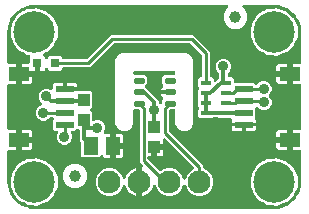
<source format=gbr>
G04 EAGLE Gerber RS-274X export*
G75*
%MOMM*%
%FSLAX34Y34*%
%LPD*%
%INTop Copper*%
%IPPOS*%
%AMOC8*
5,1,8,0,0,1.08239X$1,22.5*%
G01*
%ADD10R,1.240000X1.500000*%
%ADD11R,1.000000X1.075000*%
%ADD12R,0.900000X0.450000*%
%ADD13C,3.516000*%
%ADD14R,1.550000X0.600000*%
%ADD15R,1.800000X1.200000*%
%ADD16C,1.000000*%
%ADD17R,0.800000X0.800000*%
%ADD18C,0.250000*%
%ADD19C,1.930400*%
%ADD20C,0.254000*%
%ADD21C,0.889000*%
%ADD22C,0.304800*%

G36*
X228622Y2543D02*
X228622Y2543D01*
X228700Y2545D01*
X232077Y2810D01*
X232145Y2824D01*
X232214Y2829D01*
X232370Y2869D01*
X238794Y4956D01*
X238901Y5006D01*
X239012Y5050D01*
X239063Y5083D01*
X239082Y5091D01*
X239097Y5104D01*
X239148Y5136D01*
X244612Y9107D01*
X244699Y9188D01*
X244746Y9227D01*
X244752Y9231D01*
X244753Y9233D01*
X244791Y9264D01*
X244829Y9310D01*
X244844Y9324D01*
X244855Y9342D01*
X244893Y9388D01*
X246586Y11717D01*
X246599Y11741D01*
X246616Y11761D01*
X246675Y11880D01*
X246739Y11996D01*
X246746Y12022D01*
X246758Y12046D01*
X246785Y12174D01*
X246799Y12185D01*
X246823Y12196D01*
X246925Y12281D01*
X247031Y12361D01*
X247048Y12382D01*
X247068Y12398D01*
X247171Y12522D01*
X248864Y14852D01*
X248921Y14956D01*
X248985Y15056D01*
X249007Y15113D01*
X249017Y15131D01*
X249022Y15151D01*
X249044Y15206D01*
X251131Y21630D01*
X251144Y21698D01*
X251167Y21764D01*
X251190Y21923D01*
X251455Y25300D01*
X251455Y25304D01*
X251456Y25307D01*
X251455Y25326D01*
X251459Y25400D01*
X251459Y51090D01*
X251444Y51208D01*
X251437Y51327D01*
X251424Y51365D01*
X251419Y51406D01*
X251376Y51516D01*
X251339Y51629D01*
X251317Y51664D01*
X251302Y51701D01*
X251233Y51797D01*
X251169Y51898D01*
X251139Y51926D01*
X251116Y51959D01*
X251024Y52035D01*
X250937Y52116D01*
X250902Y52136D01*
X250871Y52161D01*
X250763Y52212D01*
X250659Y52270D01*
X250619Y52280D01*
X250583Y52297D01*
X250466Y52319D01*
X250351Y52349D01*
X250291Y52353D01*
X250271Y52357D01*
X250250Y52355D01*
X250190Y52359D01*
X244364Y52359D01*
X244364Y59630D01*
X244349Y59748D01*
X244342Y59867D01*
X244329Y59905D01*
X244324Y59945D01*
X244280Y60056D01*
X244244Y60169D01*
X244222Y60204D01*
X244207Y60241D01*
X244137Y60337D01*
X244074Y60438D01*
X244044Y60466D01*
X244020Y60498D01*
X243929Y60574D01*
X243842Y60656D01*
X243807Y60675D01*
X243775Y60701D01*
X243668Y60752D01*
X243564Y60809D01*
X243524Y60820D01*
X243488Y60837D01*
X243371Y60859D01*
X243256Y60889D01*
X243195Y60893D01*
X243175Y60897D01*
X243155Y60895D01*
X243095Y60899D01*
X241824Y60899D01*
X241824Y60901D01*
X243095Y60901D01*
X243213Y60916D01*
X243332Y60923D01*
X243370Y60936D01*
X243410Y60941D01*
X243521Y60985D01*
X243634Y61021D01*
X243669Y61043D01*
X243706Y61058D01*
X243802Y61128D01*
X243903Y61191D01*
X243931Y61221D01*
X243963Y61245D01*
X244039Y61336D01*
X244121Y61423D01*
X244140Y61458D01*
X244166Y61490D01*
X244217Y61597D01*
X244274Y61701D01*
X244285Y61741D01*
X244302Y61777D01*
X244324Y61894D01*
X244354Y62009D01*
X244358Y62070D01*
X244362Y62090D01*
X244360Y62109D01*
X244362Y62115D01*
X244361Y62122D01*
X244364Y62170D01*
X244364Y69441D01*
X250190Y69441D01*
X250308Y69456D01*
X250427Y69463D01*
X250465Y69476D01*
X250506Y69481D01*
X250616Y69524D01*
X250729Y69561D01*
X250764Y69583D01*
X250801Y69598D01*
X250897Y69667D01*
X250998Y69731D01*
X251026Y69761D01*
X251059Y69784D01*
X251134Y69876D01*
X251216Y69963D01*
X251236Y69998D01*
X251261Y70029D01*
X251312Y70137D01*
X251370Y70241D01*
X251380Y70280D01*
X251397Y70317D01*
X251419Y70434D01*
X251449Y70549D01*
X251453Y70609D01*
X251457Y70629D01*
X251455Y70650D01*
X251459Y70710D01*
X251459Y107090D01*
X251444Y107208D01*
X251437Y107327D01*
X251424Y107365D01*
X251419Y107406D01*
X251376Y107516D01*
X251339Y107629D01*
X251317Y107664D01*
X251302Y107701D01*
X251233Y107797D01*
X251169Y107898D01*
X251139Y107926D01*
X251116Y107959D01*
X251024Y108035D01*
X250937Y108116D01*
X250902Y108136D01*
X250871Y108161D01*
X250763Y108212D01*
X250659Y108270D01*
X250619Y108280D01*
X250583Y108297D01*
X250466Y108319D01*
X250351Y108349D01*
X250291Y108353D01*
X250271Y108357D01*
X250250Y108355D01*
X250190Y108359D01*
X244364Y108359D01*
X244364Y115630D01*
X244349Y115748D01*
X244342Y115867D01*
X244329Y115905D01*
X244324Y115945D01*
X244280Y116056D01*
X244244Y116169D01*
X244222Y116204D01*
X244207Y116241D01*
X244137Y116337D01*
X244074Y116438D01*
X244044Y116466D01*
X244020Y116498D01*
X243929Y116574D01*
X243842Y116656D01*
X243807Y116675D01*
X243775Y116701D01*
X243668Y116752D01*
X243564Y116809D01*
X243524Y116820D01*
X243488Y116837D01*
X243371Y116859D01*
X243256Y116889D01*
X243195Y116893D01*
X243175Y116897D01*
X243155Y116895D01*
X243095Y116899D01*
X241824Y116899D01*
X241824Y116901D01*
X243095Y116901D01*
X243213Y116916D01*
X243332Y116923D01*
X243370Y116936D01*
X243410Y116941D01*
X243521Y116985D01*
X243634Y117021D01*
X243669Y117043D01*
X243706Y117058D01*
X243802Y117128D01*
X243903Y117191D01*
X243931Y117221D01*
X243963Y117245D01*
X244039Y117336D01*
X244121Y117423D01*
X244140Y117458D01*
X244166Y117490D01*
X244217Y117597D01*
X244274Y117701D01*
X244285Y117741D01*
X244302Y117777D01*
X244324Y117894D01*
X244354Y118009D01*
X244358Y118070D01*
X244362Y118090D01*
X244360Y118110D01*
X244364Y118170D01*
X244364Y125441D01*
X250190Y125441D01*
X250308Y125456D01*
X250427Y125463D01*
X250465Y125475D01*
X250506Y125481D01*
X250616Y125524D01*
X250729Y125561D01*
X250764Y125583D01*
X250801Y125598D01*
X250897Y125667D01*
X250998Y125731D01*
X251026Y125761D01*
X251059Y125784D01*
X251135Y125876D01*
X251216Y125963D01*
X251236Y125998D01*
X251261Y126029D01*
X251312Y126137D01*
X251370Y126241D01*
X251380Y126281D01*
X251397Y126317D01*
X251419Y126434D01*
X251449Y126549D01*
X251453Y126609D01*
X251457Y126629D01*
X251455Y126650D01*
X251459Y126710D01*
X251459Y152400D01*
X251457Y152422D01*
X251455Y152500D01*
X251190Y155877D01*
X251176Y155945D01*
X251171Y156014D01*
X251131Y156170D01*
X249044Y162594D01*
X248993Y162701D01*
X248950Y162812D01*
X248917Y162863D01*
X248909Y162882D01*
X248896Y162897D01*
X248864Y162948D01*
X247171Y165277D01*
X247153Y165297D01*
X247139Y165320D01*
X247044Y165413D01*
X246953Y165509D01*
X246931Y165524D01*
X246912Y165542D01*
X246798Y165608D01*
X246792Y165624D01*
X246789Y165651D01*
X246740Y165775D01*
X246697Y165900D01*
X246682Y165922D01*
X246672Y165947D01*
X246586Y166083D01*
X244893Y168412D01*
X244812Y168499D01*
X244736Y168591D01*
X244690Y168629D01*
X244676Y168644D01*
X244658Y168655D01*
X244612Y168693D01*
X239148Y172664D01*
X239044Y172721D01*
X238944Y172785D01*
X238887Y172807D01*
X238869Y172817D01*
X238849Y172822D01*
X238794Y172844D01*
X232370Y174931D01*
X232302Y174944D01*
X232236Y174967D01*
X232077Y174990D01*
X228700Y175255D01*
X228678Y175254D01*
X228600Y175259D01*
X202722Y175259D01*
X202578Y175241D01*
X202433Y175226D01*
X202420Y175221D01*
X202406Y175219D01*
X202271Y175166D01*
X202134Y175115D01*
X202123Y175107D01*
X202111Y175102D01*
X201993Y175017D01*
X201873Y174934D01*
X201864Y174924D01*
X201853Y174916D01*
X201760Y174803D01*
X201665Y174693D01*
X201659Y174681D01*
X201651Y174671D01*
X201589Y174539D01*
X201524Y174408D01*
X201521Y174395D01*
X201515Y174383D01*
X201488Y174241D01*
X201457Y174097D01*
X201458Y174084D01*
X201455Y174071D01*
X201464Y173926D01*
X201470Y173780D01*
X201474Y173767D01*
X201475Y173753D01*
X201520Y173615D01*
X201562Y173475D01*
X201569Y173463D01*
X201573Y173451D01*
X201651Y173327D01*
X201726Y173203D01*
X201736Y173193D01*
X201743Y173182D01*
X201850Y173082D01*
X201953Y172980D01*
X201969Y172970D01*
X201975Y172964D01*
X201990Y172956D01*
X202087Y172891D01*
X202901Y172421D01*
X205581Y167780D01*
X205581Y162420D01*
X202901Y157779D01*
X198260Y155099D01*
X192900Y155099D01*
X188259Y157779D01*
X185579Y162420D01*
X185579Y167780D01*
X188259Y172421D01*
X189073Y172891D01*
X189188Y172979D01*
X189307Y173064D01*
X189315Y173075D01*
X189326Y173083D01*
X189416Y173197D01*
X189509Y173309D01*
X189515Y173322D01*
X189524Y173332D01*
X189583Y173466D01*
X189645Y173597D01*
X189647Y173610D01*
X189653Y173623D01*
X189678Y173767D01*
X189705Y173910D01*
X189704Y173923D01*
X189706Y173936D01*
X189694Y174082D01*
X189685Y174227D01*
X189681Y174240D01*
X189680Y174253D01*
X189632Y174391D01*
X189587Y174529D01*
X189580Y174541D01*
X189575Y174554D01*
X189495Y174675D01*
X189417Y174798D01*
X189407Y174807D01*
X189399Y174819D01*
X189291Y174916D01*
X189185Y175016D01*
X189173Y175023D01*
X189163Y175032D01*
X189034Y175099D01*
X188907Y175170D01*
X188894Y175173D01*
X188882Y175179D01*
X188740Y175213D01*
X188599Y175249D01*
X188580Y175250D01*
X188572Y175252D01*
X188555Y175252D01*
X188438Y175259D01*
X25400Y175259D01*
X25378Y175257D01*
X25300Y175255D01*
X21923Y174990D01*
X21855Y174976D01*
X21786Y174971D01*
X21630Y174931D01*
X18892Y174041D01*
X18867Y174030D01*
X18841Y174024D01*
X18724Y173963D01*
X18604Y173906D01*
X18583Y173889D01*
X18560Y173877D01*
X18462Y173789D01*
X18445Y173788D01*
X18418Y173793D01*
X18286Y173785D01*
X18153Y173783D01*
X18128Y173775D01*
X18101Y173774D01*
X17945Y173734D01*
X15206Y172844D01*
X15099Y172794D01*
X14988Y172750D01*
X14937Y172717D01*
X14918Y172709D01*
X14903Y172696D01*
X14852Y172664D01*
X9388Y168693D01*
X9301Y168612D01*
X9209Y168536D01*
X9171Y168490D01*
X9156Y168476D01*
X9145Y168458D01*
X9107Y168412D01*
X5136Y162948D01*
X5079Y162844D01*
X5015Y162744D01*
X4993Y162687D01*
X4983Y162669D01*
X4978Y162649D01*
X4956Y162594D01*
X2869Y156170D01*
X2856Y156102D01*
X2833Y156036D01*
X2810Y155877D01*
X2545Y152500D01*
X2546Y152478D01*
X2541Y152400D01*
X2541Y126710D01*
X2556Y126592D01*
X2563Y126473D01*
X2576Y126435D01*
X2581Y126394D01*
X2624Y126284D01*
X2661Y126171D01*
X2683Y126136D01*
X2698Y126099D01*
X2768Y126002D01*
X2831Y125902D01*
X2861Y125874D01*
X2884Y125841D01*
X2976Y125765D01*
X3063Y125684D01*
X3098Y125664D01*
X3129Y125639D01*
X3237Y125588D01*
X3341Y125530D01*
X3381Y125520D01*
X3417Y125503D01*
X3534Y125481D01*
X3649Y125451D01*
X3709Y125447D01*
X3729Y125443D01*
X3750Y125445D01*
X3810Y125441D01*
X9636Y125441D01*
X9636Y118170D01*
X9651Y118052D01*
X9658Y117933D01*
X9671Y117895D01*
X9676Y117855D01*
X9719Y117744D01*
X9756Y117631D01*
X9778Y117596D01*
X9793Y117559D01*
X9863Y117463D01*
X9926Y117362D01*
X9956Y117334D01*
X9980Y117302D01*
X10071Y117226D01*
X10158Y117144D01*
X10193Y117125D01*
X10224Y117099D01*
X10332Y117048D01*
X10436Y116991D01*
X10476Y116980D01*
X10512Y116963D01*
X10629Y116941D01*
X10744Y116911D01*
X10805Y116907D01*
X10825Y116903D01*
X10845Y116905D01*
X10905Y116901D01*
X12176Y116901D01*
X12176Y116899D01*
X10905Y116899D01*
X10787Y116884D01*
X10668Y116877D01*
X10630Y116864D01*
X10590Y116859D01*
X10479Y116815D01*
X10366Y116779D01*
X10331Y116757D01*
X10294Y116742D01*
X10198Y116672D01*
X10097Y116609D01*
X10069Y116579D01*
X10036Y116555D01*
X9961Y116464D01*
X9879Y116377D01*
X9859Y116342D01*
X9834Y116310D01*
X9783Y116203D01*
X9725Y116099D01*
X9715Y116059D01*
X9698Y116023D01*
X9676Y115906D01*
X9646Y115791D01*
X9642Y115730D01*
X9638Y115710D01*
X9640Y115690D01*
X9636Y115630D01*
X9636Y108359D01*
X3810Y108359D01*
X3692Y108344D01*
X3573Y108337D01*
X3535Y108324D01*
X3494Y108319D01*
X3384Y108276D01*
X3271Y108239D01*
X3236Y108217D01*
X3199Y108202D01*
X3103Y108133D01*
X3002Y108069D01*
X2974Y108039D01*
X2941Y108016D01*
X2865Y107924D01*
X2784Y107837D01*
X2764Y107802D01*
X2739Y107771D01*
X2688Y107663D01*
X2630Y107559D01*
X2620Y107519D01*
X2603Y107483D01*
X2581Y107366D01*
X2551Y107251D01*
X2547Y107191D01*
X2543Y107171D01*
X2545Y107150D01*
X2541Y107090D01*
X2541Y70710D01*
X2556Y70592D01*
X2563Y70473D01*
X2576Y70435D01*
X2581Y70394D01*
X2624Y70284D01*
X2661Y70171D01*
X2683Y70136D01*
X2698Y70099D01*
X2768Y70002D01*
X2831Y69902D01*
X2861Y69874D01*
X2884Y69841D01*
X2976Y69765D01*
X3063Y69684D01*
X3098Y69664D01*
X3129Y69639D01*
X3237Y69588D01*
X3341Y69530D01*
X3381Y69520D01*
X3417Y69503D01*
X3534Y69481D01*
X3649Y69451D01*
X3709Y69447D01*
X3729Y69443D01*
X3750Y69445D01*
X3810Y69441D01*
X9636Y69441D01*
X9636Y62170D01*
X9651Y62052D01*
X9658Y61933D01*
X9671Y61895D01*
X9676Y61855D01*
X9719Y61744D01*
X9756Y61631D01*
X9778Y61596D01*
X9793Y61559D01*
X9863Y61463D01*
X9926Y61362D01*
X9956Y61334D01*
X9980Y61302D01*
X10071Y61226D01*
X10158Y61144D01*
X10193Y61125D01*
X10224Y61099D01*
X10332Y61048D01*
X10436Y60991D01*
X10476Y60980D01*
X10512Y60963D01*
X10629Y60941D01*
X10744Y60911D01*
X10805Y60907D01*
X10825Y60903D01*
X10845Y60905D01*
X10905Y60901D01*
X12176Y60901D01*
X12176Y60899D01*
X10905Y60899D01*
X10787Y60884D01*
X10668Y60877D01*
X10630Y60864D01*
X10590Y60859D01*
X10479Y60815D01*
X10366Y60779D01*
X10331Y60757D01*
X10294Y60742D01*
X10198Y60672D01*
X10097Y60609D01*
X10069Y60579D01*
X10036Y60555D01*
X9961Y60464D01*
X9879Y60377D01*
X9859Y60342D01*
X9834Y60310D01*
X9783Y60203D01*
X9725Y60099D01*
X9715Y60059D01*
X9698Y60023D01*
X9676Y59906D01*
X9646Y59791D01*
X9642Y59730D01*
X9638Y59710D01*
X9640Y59690D01*
X9636Y59630D01*
X9636Y52359D01*
X3810Y52359D01*
X3692Y52344D01*
X3573Y52337D01*
X3535Y52324D01*
X3494Y52319D01*
X3384Y52276D01*
X3271Y52239D01*
X3236Y52217D01*
X3199Y52202D01*
X3103Y52133D01*
X3002Y52069D01*
X2974Y52039D01*
X2941Y52016D01*
X2865Y51924D01*
X2784Y51837D01*
X2764Y51802D01*
X2739Y51771D01*
X2688Y51663D01*
X2630Y51559D01*
X2620Y51519D01*
X2603Y51483D01*
X2581Y51366D01*
X2551Y51251D01*
X2547Y51191D01*
X2543Y51171D01*
X2545Y51150D01*
X2541Y51090D01*
X2541Y25400D01*
X2543Y25378D01*
X2545Y25300D01*
X2810Y21923D01*
X2824Y21855D01*
X2829Y21786D01*
X2869Y21630D01*
X4956Y15206D01*
X5006Y15099D01*
X5050Y14988D01*
X5083Y14937D01*
X5091Y14918D01*
X5104Y14903D01*
X5136Y14852D01*
X9107Y9388D01*
X9127Y9366D01*
X9138Y9348D01*
X9184Y9305D01*
X9188Y9301D01*
X9264Y9209D01*
X9310Y9171D01*
X9324Y9156D01*
X9342Y9145D01*
X9388Y9107D01*
X14852Y5136D01*
X14956Y5079D01*
X15056Y5015D01*
X15113Y4993D01*
X15131Y4983D01*
X15151Y4978D01*
X15206Y4956D01*
X17945Y4066D01*
X17971Y4061D01*
X17996Y4051D01*
X18127Y4031D01*
X18257Y4006D01*
X18284Y4008D01*
X18310Y4004D01*
X18441Y4018D01*
X18455Y4008D01*
X18474Y3989D01*
X18585Y3917D01*
X18694Y3842D01*
X18719Y3832D01*
X18742Y3818D01*
X18891Y3759D01*
X21630Y2869D01*
X21698Y2856D01*
X21764Y2833D01*
X21923Y2810D01*
X25300Y2545D01*
X25322Y2546D01*
X25400Y2541D01*
X228600Y2541D01*
X228622Y2543D01*
G37*
%LPC*%
G36*
X116799Y24170D02*
X116799Y24170D01*
X116784Y24288D01*
X116777Y24407D01*
X116764Y24445D01*
X116759Y24485D01*
X116716Y24596D01*
X116679Y24709D01*
X116657Y24743D01*
X116642Y24781D01*
X116573Y24877D01*
X116509Y24978D01*
X116479Y25006D01*
X116456Y25038D01*
X116364Y25114D01*
X116277Y25196D01*
X116242Y25215D01*
X116211Y25241D01*
X116103Y25292D01*
X115999Y25349D01*
X115959Y25359D01*
X115923Y25377D01*
X115816Y25397D01*
X115846Y25401D01*
X115956Y25445D01*
X116069Y25481D01*
X116104Y25503D01*
X116141Y25518D01*
X116237Y25588D01*
X116338Y25651D01*
X116366Y25681D01*
X116399Y25705D01*
X116475Y25796D01*
X116556Y25883D01*
X116576Y25918D01*
X116601Y25950D01*
X116652Y26057D01*
X116710Y26162D01*
X116720Y26201D01*
X116737Y26237D01*
X116759Y26354D01*
X116789Y26470D01*
X116793Y26530D01*
X116797Y26550D01*
X116795Y26570D01*
X116797Y26576D01*
X116796Y26583D01*
X116799Y26630D01*
X116799Y37708D01*
X116849Y37751D01*
X116915Y37796D01*
X116967Y37856D01*
X117027Y37909D01*
X117072Y37975D01*
X117125Y38034D01*
X117161Y38106D01*
X117206Y38172D01*
X117233Y38247D01*
X117270Y38318D01*
X117287Y38396D01*
X117314Y38471D01*
X117322Y38550D01*
X117339Y38628D01*
X117337Y38708D01*
X117344Y38787D01*
X117332Y38866D01*
X117330Y38946D01*
X117307Y39023D01*
X117295Y39102D01*
X117263Y39175D01*
X117241Y39251D01*
X117201Y39320D01*
X117169Y39394D01*
X117120Y39457D01*
X117080Y39525D01*
X116975Y39644D01*
X116974Y39645D01*
X116973Y39646D01*
X116814Y39806D01*
X114507Y42112D01*
X114507Y85798D01*
X114492Y85916D01*
X114485Y86035D01*
X114472Y86073D01*
X114467Y86114D01*
X114424Y86224D01*
X114387Y86337D01*
X114365Y86372D01*
X114350Y86409D01*
X114281Y86505D01*
X114217Y86606D01*
X114187Y86634D01*
X114164Y86667D01*
X114072Y86743D01*
X113985Y86824D01*
X113950Y86844D01*
X113919Y86869D01*
X113811Y86920D01*
X113707Y86978D01*
X113667Y86988D01*
X113631Y87005D01*
X113514Y87027D01*
X113399Y87057D01*
X113339Y87061D01*
X113319Y87065D01*
X113298Y87063D01*
X113238Y87067D01*
X110490Y87067D01*
X110372Y87052D01*
X110253Y87045D01*
X110215Y87032D01*
X110174Y87027D01*
X110064Y86984D01*
X109951Y86947D01*
X109916Y86925D01*
X109879Y86910D01*
X109783Y86841D01*
X109682Y86777D01*
X109654Y86747D01*
X109621Y86724D01*
X109545Y86632D01*
X109464Y86545D01*
X109444Y86510D01*
X109419Y86479D01*
X109368Y86371D01*
X109310Y86267D01*
X109300Y86227D01*
X109283Y86191D01*
X109261Y86074D01*
X109231Y85959D01*
X109227Y85899D01*
X109223Y85879D01*
X109225Y85858D01*
X109221Y85798D01*
X109221Y74684D01*
X108061Y71883D01*
X105917Y69739D01*
X103116Y68579D01*
X100084Y68579D01*
X97283Y69739D01*
X95139Y71883D01*
X93979Y74684D01*
X93979Y128516D01*
X95139Y131317D01*
X97283Y133461D01*
X100084Y134621D01*
X153916Y134621D01*
X156717Y133461D01*
X158861Y131317D01*
X160021Y128516D01*
X160021Y74684D01*
X158861Y71883D01*
X156717Y69739D01*
X153916Y68579D01*
X150884Y68579D01*
X148083Y69739D01*
X145939Y71883D01*
X144779Y74684D01*
X144779Y85798D01*
X144764Y85916D01*
X144757Y86035D01*
X144744Y86073D01*
X144739Y86114D01*
X144696Y86224D01*
X144659Y86337D01*
X144637Y86372D01*
X144622Y86409D01*
X144553Y86505D01*
X144489Y86606D01*
X144459Y86634D01*
X144436Y86667D01*
X144344Y86743D01*
X144257Y86824D01*
X144222Y86844D01*
X144191Y86869D01*
X144083Y86920D01*
X143979Y86978D01*
X143939Y86988D01*
X143903Y87005D01*
X143786Y87027D01*
X143671Y87057D01*
X143611Y87061D01*
X143591Y87065D01*
X143570Y87063D01*
X143510Y87067D01*
X140762Y87067D01*
X140644Y87052D01*
X140525Y87045D01*
X140487Y87032D01*
X140446Y87027D01*
X140336Y86984D01*
X140223Y86947D01*
X140188Y86925D01*
X140151Y86910D01*
X140055Y86841D01*
X139954Y86777D01*
X139926Y86747D01*
X139893Y86724D01*
X139817Y86632D01*
X139736Y86545D01*
X139716Y86510D01*
X139691Y86479D01*
X139640Y86371D01*
X139582Y86267D01*
X139572Y86227D01*
X139555Y86191D01*
X139533Y86074D01*
X139503Y85959D01*
X139499Y85899D01*
X139495Y85879D01*
X139497Y85858D01*
X139493Y85798D01*
X139493Y68904D01*
X139505Y68806D01*
X139508Y68707D01*
X139525Y68648D01*
X139533Y68588D01*
X139569Y68496D01*
X139597Y68401D01*
X139627Y68349D01*
X139650Y68293D01*
X139708Y68213D01*
X139758Y68127D01*
X139824Y68052D01*
X139836Y68035D01*
X139846Y68027D01*
X139864Y68006D01*
X168403Y39468D01*
X168403Y37528D01*
X168406Y37498D01*
X168404Y37469D01*
X168426Y37341D01*
X168443Y37212D01*
X168453Y37185D01*
X168458Y37155D01*
X168512Y37037D01*
X168560Y36916D01*
X168577Y36892D01*
X168589Y36865D01*
X168670Y36764D01*
X168746Y36659D01*
X168769Y36640D01*
X168788Y36617D01*
X168891Y36539D01*
X168991Y36456D01*
X169018Y36444D01*
X169042Y36426D01*
X169186Y36355D01*
X171719Y35306D01*
X175006Y32019D01*
X176785Y27724D01*
X176785Y23076D01*
X175006Y18781D01*
X171719Y15494D01*
X167424Y13715D01*
X162776Y13715D01*
X158481Y15494D01*
X155194Y18781D01*
X153573Y22696D01*
X153504Y22817D01*
X153439Y22939D01*
X153425Y22954D01*
X153415Y22972D01*
X153318Y23072D01*
X153225Y23175D01*
X153208Y23186D01*
X153194Y23201D01*
X153075Y23273D01*
X152959Y23350D01*
X152940Y23356D01*
X152923Y23367D01*
X152790Y23408D01*
X152658Y23453D01*
X152638Y23454D01*
X152619Y23460D01*
X152480Y23467D01*
X152341Y23478D01*
X152321Y23475D01*
X152301Y23475D01*
X152165Y23447D01*
X152028Y23424D01*
X152009Y23415D01*
X151990Y23411D01*
X151864Y23350D01*
X151738Y23293D01*
X151722Y23280D01*
X151704Y23271D01*
X151598Y23181D01*
X151490Y23094D01*
X151477Y23078D01*
X151462Y23065D01*
X151382Y22951D01*
X151298Y22840D01*
X151286Y22815D01*
X151279Y22805D01*
X151272Y22786D01*
X151227Y22696D01*
X149606Y18781D01*
X146319Y15494D01*
X142024Y13715D01*
X137376Y13715D01*
X133081Y15494D01*
X129794Y18781D01*
X128407Y22130D01*
X128392Y22156D01*
X128383Y22184D01*
X128314Y22294D01*
X128250Y22406D01*
X128229Y22428D01*
X128213Y22453D01*
X128119Y22541D01*
X128028Y22635D01*
X128003Y22650D01*
X127981Y22671D01*
X127868Y22733D01*
X127757Y22801D01*
X127729Y22810D01*
X127702Y22824D01*
X127577Y22856D01*
X127453Y22894D01*
X127423Y22896D01*
X127394Y22903D01*
X127265Y22903D01*
X127136Y22910D01*
X127106Y22904D01*
X127076Y22904D01*
X126951Y22871D01*
X126824Y22845D01*
X126797Y22832D01*
X126768Y22825D01*
X126655Y22763D01*
X126538Y22706D01*
X126516Y22686D01*
X126489Y22672D01*
X126395Y22583D01*
X126296Y22499D01*
X126279Y22475D01*
X126257Y22454D01*
X126188Y22345D01*
X126113Y22239D01*
X126103Y22211D01*
X126087Y22186D01*
X126027Y22036D01*
X125599Y20720D01*
X124728Y19010D01*
X123600Y17457D01*
X122243Y16100D01*
X120690Y14972D01*
X118980Y14101D01*
X117155Y13507D01*
X116799Y13451D01*
X116799Y24170D01*
G37*
%LPD*%
%LPC*%
G36*
X202755Y75389D02*
X202755Y75389D01*
X202695Y75393D01*
X202675Y75397D01*
X202655Y75395D01*
X202595Y75399D01*
X192534Y75399D01*
X192534Y77234D01*
X192643Y77639D01*
X192660Y77764D01*
X192683Y77888D01*
X192681Y77921D01*
X192686Y77955D01*
X192672Y78080D01*
X192664Y78205D01*
X192653Y78237D01*
X192649Y78270D01*
X192604Y78388D01*
X192566Y78507D01*
X192548Y78536D01*
X192536Y78567D01*
X192463Y78670D01*
X192396Y78776D01*
X192371Y78799D01*
X192351Y78827D01*
X192255Y78908D01*
X192164Y78994D01*
X192134Y79010D01*
X192109Y79032D01*
X191996Y79087D01*
X191885Y79148D01*
X191853Y79156D01*
X191822Y79171D01*
X191699Y79196D01*
X191577Y79227D01*
X191529Y79230D01*
X191511Y79234D01*
X191489Y79233D01*
X191417Y79237D01*
X182228Y79237D01*
X181874Y79591D01*
X181796Y79652D01*
X181723Y79720D01*
X181670Y79749D01*
X181623Y79786D01*
X181532Y79826D01*
X181445Y79874D01*
X181386Y79889D01*
X181331Y79913D01*
X181233Y79928D01*
X181137Y79953D01*
X181037Y79959D01*
X181017Y79963D01*
X181004Y79961D01*
X180976Y79963D01*
X177164Y79963D01*
X177066Y79951D01*
X176966Y79948D01*
X176908Y79931D01*
X176848Y79923D01*
X176756Y79887D01*
X176661Y79859D01*
X176609Y79829D01*
X176552Y79806D01*
X176472Y79748D01*
X176387Y79698D01*
X176312Y79632D01*
X176295Y79620D01*
X176287Y79610D01*
X176266Y79591D01*
X175912Y79237D01*
X165228Y79237D01*
X164037Y80428D01*
X164037Y86612D01*
X164548Y87122D01*
X164621Y87216D01*
X164700Y87306D01*
X164718Y87342D01*
X164743Y87374D01*
X164790Y87483D01*
X164844Y87589D01*
X164853Y87628D01*
X164869Y87666D01*
X164888Y87783D01*
X164914Y87899D01*
X164913Y87940D01*
X164919Y87980D01*
X164908Y88098D01*
X164904Y88217D01*
X164893Y88256D01*
X164889Y88296D01*
X164849Y88408D01*
X164816Y88523D01*
X164795Y88558D01*
X164782Y88596D01*
X164715Y88694D01*
X164654Y88797D01*
X164614Y88842D01*
X164603Y88859D01*
X164588Y88872D01*
X164548Y88917D01*
X164037Y89428D01*
X164037Y95612D01*
X164048Y95623D01*
X164121Y95717D01*
X164200Y95806D01*
X164218Y95842D01*
X164243Y95874D01*
X164290Y95983D01*
X164344Y96089D01*
X164353Y96129D01*
X164369Y96166D01*
X164388Y96283D01*
X164414Y96399D01*
X164413Y96440D01*
X164419Y96480D01*
X164408Y96599D01*
X164404Y96717D01*
X164393Y96756D01*
X164389Y96796D01*
X164349Y96908D01*
X164316Y97023D01*
X164295Y97058D01*
X164282Y97096D01*
X164215Y97194D01*
X164154Y97297D01*
X164114Y97342D01*
X164103Y97359D01*
X164088Y97372D01*
X164048Y97418D01*
X164037Y97428D01*
X164037Y103612D01*
X164548Y104123D01*
X164621Y104217D01*
X164700Y104306D01*
X164718Y104342D01*
X164743Y104374D01*
X164790Y104483D01*
X164844Y104589D01*
X164853Y104628D01*
X164869Y104666D01*
X164888Y104783D01*
X164914Y104899D01*
X164913Y104940D01*
X164919Y104980D01*
X164908Y105098D01*
X164904Y105217D01*
X164893Y105256D01*
X164889Y105296D01*
X164849Y105408D01*
X164816Y105523D01*
X164795Y105558D01*
X164782Y105596D01*
X164715Y105694D01*
X164654Y105797D01*
X164614Y105842D01*
X164603Y105859D01*
X164588Y105872D01*
X164548Y105918D01*
X164037Y106428D01*
X164037Y112612D01*
X165228Y113803D01*
X165998Y113803D01*
X166116Y113818D01*
X166235Y113825D01*
X166273Y113838D01*
X166314Y113843D01*
X166424Y113886D01*
X166537Y113923D01*
X166572Y113945D01*
X166609Y113960D01*
X166705Y114029D01*
X166806Y114093D01*
X166834Y114123D01*
X166867Y114146D01*
X166943Y114238D01*
X167024Y114325D01*
X167044Y114360D01*
X167069Y114391D01*
X167120Y114499D01*
X167178Y114603D01*
X167188Y114643D01*
X167205Y114679D01*
X167227Y114796D01*
X167257Y114911D01*
X167261Y114971D01*
X167265Y114991D01*
X167263Y115012D01*
X167267Y115072D01*
X167267Y132336D01*
X167255Y132434D01*
X167252Y132533D01*
X167235Y132592D01*
X167227Y132652D01*
X167191Y132744D01*
X167163Y132839D01*
X167133Y132891D01*
X167110Y132947D01*
X167052Y133027D01*
X167002Y133113D01*
X166936Y133188D01*
X166924Y133205D01*
X166914Y133213D01*
X166896Y133234D01*
X157754Y142376D01*
X157675Y142436D01*
X157603Y142504D01*
X157550Y142533D01*
X157502Y142570D01*
X157411Y142610D01*
X157325Y142658D01*
X157266Y142673D01*
X157211Y142697D01*
X157113Y142712D01*
X157017Y142737D01*
X156917Y142743D01*
X156896Y142747D01*
X156884Y142745D01*
X156856Y142747D01*
X93334Y142747D01*
X93236Y142735D01*
X93137Y142732D01*
X93078Y142715D01*
X93018Y142707D01*
X92926Y142671D01*
X92831Y142643D01*
X92779Y142613D01*
X92723Y142590D01*
X92643Y142532D01*
X92557Y142482D01*
X92482Y142416D01*
X92465Y142404D01*
X92457Y142394D01*
X92436Y142376D01*
X72488Y122427D01*
X50362Y122427D01*
X50244Y122412D01*
X50125Y122405D01*
X50087Y122392D01*
X50046Y122387D01*
X49936Y122344D01*
X49823Y122307D01*
X49788Y122285D01*
X49751Y122270D01*
X49655Y122201D01*
X49554Y122137D01*
X49526Y122107D01*
X49493Y122084D01*
X49417Y121992D01*
X49336Y121905D01*
X49316Y121870D01*
X49291Y121839D01*
X49240Y121731D01*
X49182Y121627D01*
X49172Y121587D01*
X49155Y121551D01*
X49133Y121434D01*
X49103Y121319D01*
X49099Y121259D01*
X49095Y121239D01*
X49097Y121218D01*
X49093Y121158D01*
X49093Y120888D01*
X47902Y119697D01*
X38218Y119697D01*
X37016Y120899D01*
X37008Y120962D01*
X36991Y121113D01*
X36988Y121119D01*
X36987Y121126D01*
X36931Y121269D01*
X36877Y121410D01*
X36873Y121416D01*
X36870Y121422D01*
X36781Y121546D01*
X36693Y121669D01*
X36688Y121674D01*
X36684Y121679D01*
X36565Y121777D01*
X36450Y121875D01*
X36444Y121878D01*
X36439Y121882D01*
X36301Y121947D01*
X36164Y122013D01*
X36157Y122015D01*
X36151Y122018D01*
X36003Y122046D01*
X35852Y122076D01*
X35845Y122076D01*
X35839Y122077D01*
X35687Y122068D01*
X35534Y122060D01*
X35528Y122058D01*
X35521Y122058D01*
X35377Y122011D01*
X35231Y121965D01*
X35225Y121962D01*
X35219Y121960D01*
X35090Y121878D01*
X34960Y121798D01*
X34956Y121793D01*
X34950Y121789D01*
X34845Y121678D01*
X34740Y121569D01*
X34737Y121563D01*
X34732Y121558D01*
X34658Y121424D01*
X34583Y121292D01*
X34581Y121283D01*
X34578Y121279D01*
X34576Y121269D01*
X34532Y121139D01*
X34428Y120749D01*
X34093Y120170D01*
X33620Y119697D01*
X33041Y119362D01*
X32394Y119189D01*
X30059Y119189D01*
X30059Y125000D01*
X30044Y125118D01*
X30037Y125237D01*
X30024Y125275D01*
X30019Y125315D01*
X29976Y125426D01*
X29939Y125539D01*
X29917Y125573D01*
X29902Y125611D01*
X29833Y125707D01*
X29769Y125808D01*
X29739Y125836D01*
X29716Y125868D01*
X29624Y125944D01*
X29537Y126026D01*
X29502Y126045D01*
X29471Y126071D01*
X29363Y126122D01*
X29259Y126179D01*
X29219Y126189D01*
X29183Y126207D01*
X29066Y126229D01*
X28951Y126259D01*
X28891Y126263D01*
X28871Y126266D01*
X28850Y126265D01*
X28790Y126269D01*
X27330Y126269D01*
X27212Y126254D01*
X27093Y126247D01*
X27055Y126234D01*
X27014Y126229D01*
X26904Y126185D01*
X26791Y126149D01*
X26756Y126127D01*
X26719Y126112D01*
X26622Y126042D01*
X26522Y125979D01*
X26494Y125949D01*
X26461Y125925D01*
X26385Y125834D01*
X26304Y125747D01*
X26284Y125712D01*
X26259Y125680D01*
X26208Y125573D01*
X26150Y125468D01*
X26140Y125429D01*
X26123Y125393D01*
X26101Y125276D01*
X26071Y125160D01*
X26067Y125100D01*
X26063Y125080D01*
X26065Y125060D01*
X26061Y125000D01*
X26061Y119189D01*
X23726Y119189D01*
X22954Y119396D01*
X22869Y119408D01*
X22786Y119429D01*
X22650Y119438D01*
X22639Y119439D01*
X22635Y119439D01*
X22626Y119439D01*
X14714Y119439D01*
X14714Y125441D01*
X20250Y125441D01*
X20368Y125456D01*
X20487Y125463D01*
X20525Y125476D01*
X20566Y125481D01*
X20676Y125524D01*
X20789Y125561D01*
X20824Y125583D01*
X20861Y125598D01*
X20957Y125667D01*
X21058Y125731D01*
X21086Y125761D01*
X21119Y125784D01*
X21194Y125876D01*
X21276Y125963D01*
X21296Y125998D01*
X21321Y126029D01*
X21372Y126137D01*
X21430Y126241D01*
X21440Y126280D01*
X21457Y126317D01*
X21479Y126434D01*
X21509Y126549D01*
X21513Y126609D01*
X21517Y126629D01*
X21515Y126650D01*
X21519Y126710D01*
X21519Y130064D01*
X21692Y130711D01*
X21899Y131068D01*
X21916Y131108D01*
X21939Y131144D01*
X21977Y131254D01*
X22022Y131361D01*
X22028Y131404D01*
X22042Y131445D01*
X22052Y131561D01*
X22069Y131676D01*
X22064Y131719D01*
X22068Y131762D01*
X22048Y131877D01*
X22036Y131992D01*
X22021Y132033D01*
X22013Y132075D01*
X21965Y132181D01*
X21925Y132291D01*
X21900Y132326D01*
X21883Y132365D01*
X21810Y132456D01*
X21743Y132552D01*
X21711Y132580D01*
X21684Y132613D01*
X21591Y132684D01*
X21503Y132760D01*
X21464Y132779D01*
X21430Y132805D01*
X21285Y132876D01*
X20951Y133014D01*
X20853Y133041D01*
X20757Y133077D01*
X20665Y133092D01*
X20644Y133098D01*
X20630Y133098D01*
X20598Y133104D01*
X19179Y133253D01*
X16215Y134964D01*
X16213Y134965D01*
X16210Y134967D01*
X16066Y135038D01*
X14290Y135773D01*
X13693Y136370D01*
X13626Y136422D01*
X13565Y136483D01*
X13451Y136558D01*
X13442Y136565D01*
X13438Y136567D01*
X13431Y136572D01*
X11929Y137439D01*
X10139Y139903D01*
X10126Y139917D01*
X10116Y139933D01*
X10009Y140054D01*
X8773Y141290D01*
X8357Y142296D01*
X8322Y142356D01*
X8297Y142420D01*
X8211Y142556D01*
X7008Y144211D01*
X6447Y146849D01*
X6436Y146883D01*
X6431Y146919D01*
X6379Y147071D01*
X5787Y148499D01*
X5787Y149822D01*
X5781Y149874D01*
X5783Y149926D01*
X5760Y150086D01*
X5268Y152400D01*
X5760Y154714D01*
X5764Y154767D01*
X5777Y154817D01*
X5787Y154978D01*
X5787Y156301D01*
X6379Y157729D01*
X6388Y157763D01*
X6404Y157795D01*
X6447Y157951D01*
X7008Y160589D01*
X8211Y162244D01*
X8244Y162305D01*
X8286Y162360D01*
X8357Y162504D01*
X8773Y163510D01*
X10009Y164746D01*
X10021Y164761D01*
X10036Y164773D01*
X10139Y164897D01*
X11929Y167361D01*
X13431Y168228D01*
X13499Y168280D01*
X13573Y168324D01*
X13675Y168414D01*
X13684Y168421D01*
X13687Y168424D01*
X13693Y168430D01*
X14290Y169027D01*
X16066Y169762D01*
X16068Y169764D01*
X16071Y169764D01*
X16215Y169836D01*
X18972Y171428D01*
X18993Y171444D01*
X19017Y171455D01*
X19119Y171540D01*
X19166Y171575D01*
X19203Y171568D01*
X19229Y171569D01*
X19256Y171565D01*
X19416Y171572D01*
X20598Y171696D01*
X20698Y171720D01*
X20799Y171734D01*
X20887Y171764D01*
X20908Y171769D01*
X20920Y171775D01*
X20951Y171786D01*
X21499Y172013D01*
X23543Y172013D01*
X23560Y172015D01*
X23676Y172020D01*
X27504Y172422D01*
X28573Y172075D01*
X28690Y172053D01*
X28805Y172023D01*
X28865Y172019D01*
X28885Y172015D01*
X28906Y172017D01*
X28965Y172013D01*
X29301Y172013D01*
X31209Y171223D01*
X31230Y171217D01*
X31303Y171188D01*
X35466Y169835D01*
X36078Y169285D01*
X36189Y169207D01*
X36297Y169126D01*
X36327Y169111D01*
X36339Y169103D01*
X36359Y169096D01*
X36441Y169055D01*
X36510Y169027D01*
X37805Y167732D01*
X37819Y167721D01*
X37853Y167686D01*
X41687Y164234D01*
X41900Y163756D01*
X41979Y163626D01*
X42250Y162971D01*
X42255Y162963D01*
X42263Y162941D01*
X45092Y156586D01*
X45092Y148214D01*
X42263Y141859D01*
X42260Y141849D01*
X42250Y141829D01*
X41994Y141211D01*
X41975Y141187D01*
X41970Y141179D01*
X41968Y141175D01*
X41963Y141164D01*
X41900Y141044D01*
X41687Y140566D01*
X37853Y137114D01*
X37841Y137100D01*
X37805Y137068D01*
X36510Y135773D01*
X36441Y135745D01*
X36324Y135678D01*
X36204Y135615D01*
X36177Y135594D01*
X36165Y135587D01*
X36149Y135572D01*
X36078Y135515D01*
X35466Y134965D01*
X33448Y134309D01*
X33352Y134264D01*
X33252Y134227D01*
X33208Y134196D01*
X33160Y134174D01*
X33078Y134106D01*
X32991Y134046D01*
X32956Y134005D01*
X32915Y133971D01*
X32852Y133885D01*
X32783Y133805D01*
X32759Y133757D01*
X32728Y133714D01*
X32689Y133615D01*
X32641Y133520D01*
X32630Y133468D01*
X32611Y133418D01*
X32597Y133313D01*
X32575Y133209D01*
X32577Y133156D01*
X32571Y133103D01*
X32584Y132998D01*
X32588Y132891D01*
X32604Y132840D01*
X32610Y132787D01*
X32649Y132689D01*
X32680Y132587D01*
X32707Y132541D01*
X32727Y132491D01*
X32789Y132405D01*
X32844Y132315D01*
X32882Y132277D01*
X32914Y132234D01*
X32995Y132166D01*
X33071Y132092D01*
X33142Y132045D01*
X33159Y132031D01*
X33173Y132024D01*
X33205Y132003D01*
X33620Y131763D01*
X34093Y131290D01*
X34428Y130711D01*
X34532Y130321D01*
X34590Y130180D01*
X34646Y130038D01*
X34650Y130033D01*
X34652Y130026D01*
X34744Y129902D01*
X34832Y129781D01*
X34838Y129776D01*
X34842Y129771D01*
X34960Y129675D01*
X35077Y129578D01*
X35084Y129575D01*
X35089Y129571D01*
X35229Y129507D01*
X35365Y129442D01*
X35372Y129441D01*
X35378Y129438D01*
X35529Y129411D01*
X35678Y129383D01*
X35684Y129383D01*
X35691Y129382D01*
X35843Y129393D01*
X35995Y129402D01*
X36001Y129404D01*
X36008Y129405D01*
X36153Y129454D01*
X36297Y129500D01*
X36303Y129504D01*
X36310Y129506D01*
X36437Y129589D01*
X36566Y129671D01*
X36571Y129676D01*
X36576Y129679D01*
X36680Y129791D01*
X36784Y129902D01*
X36787Y129908D01*
X36792Y129913D01*
X36864Y130047D01*
X36938Y130181D01*
X36939Y130187D01*
X36942Y130193D01*
X36979Y130341D01*
X37017Y130489D01*
X37018Y130498D01*
X37019Y130502D01*
X37019Y130513D01*
X37022Y130567D01*
X38218Y131763D01*
X47902Y131763D01*
X49093Y130572D01*
X49093Y130302D01*
X49108Y130184D01*
X49115Y130065D01*
X49128Y130027D01*
X49133Y129986D01*
X49176Y129876D01*
X49213Y129763D01*
X49235Y129728D01*
X49250Y129691D01*
X49319Y129595D01*
X49383Y129494D01*
X49413Y129466D01*
X49436Y129433D01*
X49528Y129357D01*
X49615Y129276D01*
X49650Y129256D01*
X49681Y129231D01*
X49789Y129180D01*
X49893Y129122D01*
X49933Y129112D01*
X49969Y129095D01*
X50086Y129073D01*
X50201Y129043D01*
X50261Y129039D01*
X50281Y129035D01*
X50302Y129037D01*
X50362Y129033D01*
X69226Y129033D01*
X69324Y129045D01*
X69423Y129048D01*
X69482Y129065D01*
X69542Y129073D01*
X69634Y129109D01*
X69729Y129137D01*
X69781Y129167D01*
X69837Y129190D01*
X69917Y129248D01*
X70003Y129298D01*
X70078Y129364D01*
X70095Y129376D01*
X70103Y129386D01*
X70124Y129404D01*
X90072Y149353D01*
X160118Y149353D01*
X173873Y135598D01*
X173873Y115072D01*
X173888Y114954D01*
X173895Y114835D01*
X173908Y114797D01*
X173913Y114756D01*
X173956Y114646D01*
X173993Y114533D01*
X174015Y114498D01*
X174030Y114461D01*
X174099Y114365D01*
X174163Y114264D01*
X174193Y114236D01*
X174216Y114203D01*
X174308Y114127D01*
X174395Y114046D01*
X174430Y114026D01*
X174461Y114001D01*
X174569Y113950D01*
X174673Y113892D01*
X174713Y113882D01*
X174749Y113865D01*
X174866Y113843D01*
X174981Y113813D01*
X175041Y113809D01*
X175061Y113805D01*
X175082Y113807D01*
X175142Y113803D01*
X175912Y113803D01*
X177103Y112612D01*
X177103Y111537D01*
X177120Y111399D01*
X177133Y111261D01*
X177140Y111242D01*
X177143Y111221D01*
X177194Y111092D01*
X177241Y110961D01*
X177252Y110944D01*
X177260Y110926D01*
X177341Y110813D01*
X177419Y110698D01*
X177435Y110685D01*
X177446Y110668D01*
X177554Y110580D01*
X177658Y110488D01*
X177676Y110478D01*
X177691Y110466D01*
X177817Y110406D01*
X177941Y110343D01*
X177961Y110339D01*
X177979Y110330D01*
X178116Y110304D01*
X178251Y110273D01*
X178272Y110274D01*
X178291Y110270D01*
X178430Y110279D01*
X178569Y110283D01*
X178589Y110289D01*
X178609Y110290D01*
X178741Y110333D01*
X178875Y110371D01*
X178892Y110382D01*
X178911Y110388D01*
X179029Y110462D01*
X179149Y110533D01*
X179170Y110552D01*
X179180Y110558D01*
X179194Y110573D01*
X179269Y110639D01*
X180666Y112035D01*
X180726Y112114D01*
X180794Y112186D01*
X180823Y112239D01*
X180860Y112287D01*
X180900Y112378D01*
X180948Y112464D01*
X180963Y112523D01*
X180974Y112548D01*
X181492Y113066D01*
X181552Y113145D01*
X181620Y113217D01*
X181649Y113270D01*
X181686Y113318D01*
X181726Y113408D01*
X181774Y113495D01*
X181789Y113554D01*
X181813Y113609D01*
X181828Y113707D01*
X181853Y113803D01*
X181859Y113903D01*
X181863Y113923D01*
X181861Y113936D01*
X181863Y113964D01*
X181863Y117060D01*
X181851Y117158D01*
X181848Y117257D01*
X181831Y117316D01*
X181823Y117376D01*
X181787Y117468D01*
X181759Y117563D01*
X181729Y117615D01*
X181706Y117671D01*
X181648Y117751D01*
X181598Y117837D01*
X181532Y117912D01*
X181520Y117929D01*
X181510Y117936D01*
X181492Y117958D01*
X179928Y119521D01*
X178942Y121901D01*
X178942Y124479D01*
X179928Y126859D01*
X181751Y128682D01*
X184131Y129668D01*
X186709Y129668D01*
X189089Y128682D01*
X190912Y126859D01*
X191898Y124479D01*
X191898Y121901D01*
X190912Y119521D01*
X189348Y117958D01*
X189288Y117879D01*
X189220Y117807D01*
X189191Y117754D01*
X189154Y117706D01*
X189114Y117615D01*
X189066Y117529D01*
X189051Y117470D01*
X189027Y117414D01*
X189012Y117316D01*
X188987Y117221D01*
X188981Y117121D01*
X188977Y117100D01*
X188979Y117088D01*
X188977Y117060D01*
X188977Y115072D01*
X188992Y114954D01*
X188999Y114835D01*
X189012Y114797D01*
X189017Y114756D01*
X189060Y114646D01*
X189097Y114533D01*
X189119Y114498D01*
X189134Y114461D01*
X189203Y114365D01*
X189267Y114264D01*
X189297Y114236D01*
X189320Y114203D01*
X189412Y114127D01*
X189499Y114046D01*
X189534Y114026D01*
X189565Y114001D01*
X189673Y113950D01*
X189777Y113892D01*
X189817Y113882D01*
X189853Y113865D01*
X189970Y113843D01*
X190085Y113813D01*
X190145Y113809D01*
X190165Y113805D01*
X190186Y113807D01*
X190246Y113803D01*
X192912Y113803D01*
X194103Y112612D01*
X194103Y110202D01*
X194118Y110084D01*
X194125Y109965D01*
X194138Y109927D01*
X194143Y109886D01*
X194186Y109776D01*
X194223Y109663D01*
X194245Y109628D01*
X194260Y109591D01*
X194329Y109495D01*
X194393Y109394D01*
X194423Y109366D01*
X194446Y109333D01*
X194538Y109257D01*
X194625Y109176D01*
X194660Y109156D01*
X194691Y109131D01*
X194799Y109080D01*
X194903Y109022D01*
X194943Y109012D01*
X194979Y108995D01*
X195096Y108973D01*
X195211Y108943D01*
X195271Y108939D01*
X195291Y108935D01*
X195312Y108937D01*
X195372Y108933D01*
X211417Y108933D01*
X212482Y107868D01*
X212576Y107795D01*
X212665Y107716D01*
X212701Y107698D01*
X212733Y107673D01*
X212843Y107625D01*
X212948Y107571D01*
X212988Y107563D01*
X213025Y107547D01*
X213143Y107528D01*
X213259Y107502D01*
X213299Y107503D01*
X213339Y107497D01*
X213458Y107508D01*
X213577Y107511D01*
X213616Y107523D01*
X213656Y107526D01*
X213768Y107567D01*
X213882Y107600D01*
X213917Y107620D01*
X213955Y107634D01*
X214054Y107701D01*
X214156Y107761D01*
X214201Y107801D01*
X214218Y107813D01*
X214232Y107828D01*
X214277Y107868D01*
X216041Y109632D01*
X218421Y110618D01*
X220999Y110618D01*
X223379Y109632D01*
X225202Y107809D01*
X226188Y105429D01*
X226188Y102851D01*
X225202Y100471D01*
X224053Y99322D01*
X223980Y99228D01*
X223902Y99139D01*
X223883Y99103D01*
X223858Y99071D01*
X223811Y98962D01*
X223757Y98856D01*
X223748Y98817D01*
X223732Y98779D01*
X223713Y98662D01*
X223687Y98546D01*
X223689Y98505D01*
X223682Y98465D01*
X223693Y98347D01*
X223697Y98228D01*
X223708Y98189D01*
X223712Y98149D01*
X223752Y98037D01*
X223785Y97922D01*
X223806Y97887D01*
X223820Y97849D01*
X223887Y97751D01*
X223947Y97648D01*
X223987Y97603D01*
X223998Y97586D01*
X224014Y97573D01*
X224053Y97527D01*
X225202Y96379D01*
X226188Y93999D01*
X226188Y91421D01*
X225202Y89041D01*
X223379Y87218D01*
X220999Y86232D01*
X218421Y86232D01*
X216041Y87218D01*
X214774Y88485D01*
X214694Y88547D01*
X214631Y88607D01*
X214600Y88624D01*
X214558Y88659D01*
X214539Y88667D01*
X214523Y88680D01*
X214407Y88730D01*
X214352Y88760D01*
X214330Y88766D01*
X214270Y88794D01*
X214250Y88798D01*
X214231Y88806D01*
X214093Y88828D01*
X214079Y88831D01*
X214044Y88840D01*
X214026Y88841D01*
X213957Y88854D01*
X213937Y88853D01*
X213917Y88856D01*
X213778Y88843D01*
X213640Y88834D01*
X213621Y88828D01*
X213601Y88826D01*
X213469Y88779D01*
X213338Y88736D01*
X213320Y88725D01*
X213301Y88718D01*
X213186Y88640D01*
X213069Y88566D01*
X213055Y88551D01*
X213038Y88540D01*
X212946Y88435D01*
X212851Y88334D01*
X212841Y88317D01*
X212828Y88301D01*
X212810Y88266D01*
X212806Y88261D01*
X212787Y88222D01*
X212764Y88177D01*
X212697Y88056D01*
X212692Y88036D01*
X212683Y88018D01*
X212676Y87986D01*
X212670Y87973D01*
X212653Y87882D01*
X212618Y87748D01*
X212616Y87720D01*
X212613Y87708D01*
X212614Y87687D01*
X212613Y87678D01*
X212610Y87661D01*
X212611Y87644D01*
X212608Y87587D01*
X212608Y80033D01*
X212554Y79973D01*
X212536Y79937D01*
X212511Y79905D01*
X212464Y79796D01*
X212410Y79689D01*
X212401Y79650D01*
X212385Y79614D01*
X212366Y79496D01*
X212340Y79379D01*
X212342Y79339D01*
X212335Y79300D01*
X212346Y79181D01*
X212350Y79061D01*
X212361Y79023D01*
X212365Y78983D01*
X212405Y78871D01*
X212439Y78756D01*
X212459Y78721D01*
X212473Y78684D01*
X212520Y78614D01*
X212525Y78605D01*
X212943Y77881D01*
X213116Y77234D01*
X213116Y75399D01*
X203055Y75399D01*
X202937Y75384D01*
X202818Y75377D01*
X202811Y75375D01*
X202755Y75389D01*
G37*
%LPD*%
%LPC*%
G36*
X85516Y45839D02*
X85516Y45839D01*
X84869Y46012D01*
X84290Y46347D01*
X83817Y46820D01*
X83454Y47449D01*
X83378Y47549D01*
X83307Y47653D01*
X83282Y47676D01*
X83261Y47703D01*
X83163Y47781D01*
X83069Y47864D01*
X83039Y47879D01*
X83012Y47900D01*
X82897Y47951D01*
X82785Y48009D01*
X82752Y48016D01*
X82722Y48030D01*
X82597Y48051D01*
X82475Y48078D01*
X82441Y48077D01*
X82408Y48083D01*
X82283Y48072D01*
X82157Y48069D01*
X82125Y48059D01*
X82091Y48056D01*
X81972Y48015D01*
X81852Y47980D01*
X81823Y47963D01*
X81791Y47952D01*
X81686Y47882D01*
X81578Y47819D01*
X81541Y47786D01*
X81526Y47776D01*
X81511Y47760D01*
X81457Y47712D01*
X80092Y46347D01*
X66008Y46347D01*
X64817Y47538D01*
X64817Y58557D01*
X64805Y58655D01*
X64802Y58754D01*
X64785Y58812D01*
X64777Y58873D01*
X64741Y58965D01*
X64713Y59060D01*
X64683Y59112D01*
X64660Y59168D01*
X64602Y59248D01*
X64552Y59334D01*
X64486Y59409D01*
X64474Y59426D01*
X64464Y59433D01*
X64446Y59455D01*
X63753Y60147D01*
X63753Y69183D01*
X63738Y69301D01*
X63731Y69420D01*
X63718Y69458D01*
X63713Y69499D01*
X63670Y69609D01*
X63633Y69722D01*
X63611Y69757D01*
X63596Y69794D01*
X63527Y69890D01*
X63463Y69991D01*
X63433Y70019D01*
X63410Y70052D01*
X63318Y70128D01*
X63231Y70209D01*
X63196Y70229D01*
X63165Y70254D01*
X63057Y70305D01*
X62953Y70363D01*
X62913Y70373D01*
X62877Y70390D01*
X62760Y70412D01*
X62645Y70442D01*
X62585Y70446D01*
X62565Y70450D01*
X62544Y70448D01*
X62484Y70452D01*
X61878Y70452D01*
X61780Y70440D01*
X61680Y70437D01*
X61622Y70420D01*
X61562Y70412D01*
X61470Y70376D01*
X61375Y70348D01*
X61323Y70318D01*
X61266Y70295D01*
X61186Y70237D01*
X61101Y70187D01*
X61026Y70121D01*
X61009Y70109D01*
X61001Y70099D01*
X60980Y70081D01*
X59767Y68867D01*
X57488Y68867D01*
X57438Y68861D01*
X57389Y68863D01*
X57281Y68841D01*
X57172Y68827D01*
X57126Y68809D01*
X57077Y68799D01*
X56979Y68751D01*
X56877Y68710D01*
X56836Y68681D01*
X56792Y68659D01*
X56708Y68588D01*
X56619Y68524D01*
X56588Y68485D01*
X56550Y68453D01*
X56487Y68363D01*
X56416Y68279D01*
X56395Y68234D01*
X56367Y68193D01*
X56328Y68090D01*
X56281Y67991D01*
X56272Y67942D01*
X56254Y67896D01*
X56242Y67786D01*
X56221Y67679D01*
X56224Y67629D01*
X56219Y67580D01*
X56234Y67471D01*
X56241Y67361D01*
X56256Y67314D01*
X56263Y67265D01*
X56315Y67112D01*
X57278Y64789D01*
X57278Y62211D01*
X56292Y59831D01*
X54469Y58008D01*
X52089Y57022D01*
X49511Y57022D01*
X47131Y58008D01*
X45308Y59831D01*
X44322Y62211D01*
X44322Y64789D01*
X45285Y67112D01*
X45298Y67160D01*
X45319Y67205D01*
X45340Y67313D01*
X45369Y67419D01*
X45370Y67469D01*
X45379Y67518D01*
X45372Y67627D01*
X45374Y67737D01*
X45362Y67785D01*
X45359Y67835D01*
X45325Y67939D01*
X45300Y68046D01*
X45276Y68090D01*
X45261Y68137D01*
X45202Y68230D01*
X45151Y68327D01*
X45118Y68364D01*
X45091Y68406D01*
X45011Y68481D01*
X44937Y68563D01*
X44896Y68590D01*
X44859Y68624D01*
X44763Y68677D01*
X44671Y68737D01*
X44624Y68754D01*
X44581Y68778D01*
X44475Y68805D01*
X44371Y68841D01*
X44321Y68845D01*
X44273Y68857D01*
X44112Y68867D01*
X42583Y68867D01*
X41392Y70058D01*
X41392Y77742D01*
X41653Y78003D01*
X41726Y78097D01*
X41805Y78186D01*
X41823Y78222D01*
X41848Y78254D01*
X41895Y78363D01*
X41949Y78469D01*
X41958Y78509D01*
X41974Y78546D01*
X41993Y78663D01*
X42019Y78779D01*
X42018Y78820D01*
X42024Y78860D01*
X42013Y78979D01*
X42009Y79097D01*
X41998Y79136D01*
X41994Y79176D01*
X41954Y79288D01*
X41921Y79403D01*
X41900Y79438D01*
X41887Y79476D01*
X41820Y79574D01*
X41759Y79677D01*
X41719Y79722D01*
X41708Y79739D01*
X41693Y79752D01*
X41653Y79798D01*
X41225Y80226D01*
X41147Y80286D01*
X41074Y80354D01*
X41021Y80383D01*
X40973Y80420D01*
X40883Y80460D01*
X40796Y80508D01*
X40737Y80523D01*
X40682Y80547D01*
X40584Y80562D01*
X40488Y80587D01*
X40388Y80593D01*
X40367Y80597D01*
X40355Y80595D01*
X40327Y80597D01*
X39484Y80597D01*
X39386Y80585D01*
X39287Y80582D01*
X39228Y80565D01*
X39168Y80557D01*
X39076Y80521D01*
X38981Y80493D01*
X38929Y80463D01*
X38873Y80440D01*
X38793Y80382D01*
X38707Y80332D01*
X38632Y80266D01*
X38615Y80254D01*
X38608Y80244D01*
X38586Y80226D01*
X36689Y78328D01*
X34309Y77342D01*
X31731Y77342D01*
X29351Y78328D01*
X27528Y80151D01*
X26542Y82531D01*
X26542Y85109D01*
X27528Y87489D01*
X29351Y89312D01*
X31504Y90203D01*
X31547Y90228D01*
X31594Y90245D01*
X31685Y90307D01*
X31780Y90361D01*
X31816Y90396D01*
X31857Y90423D01*
X31930Y90506D01*
X32008Y90582D01*
X32034Y90625D01*
X32067Y90662D01*
X32117Y90760D01*
X32175Y90853D01*
X32189Y90901D01*
X32212Y90945D01*
X32236Y91052D01*
X32268Y91157D01*
X32271Y91207D01*
X32282Y91255D01*
X32278Y91365D01*
X32283Y91475D01*
X32273Y91523D01*
X32272Y91573D01*
X32241Y91679D01*
X32219Y91786D01*
X32197Y91831D01*
X32184Y91879D01*
X32155Y91927D01*
X32155Y91928D01*
X32153Y91930D01*
X32128Y91973D01*
X32079Y92072D01*
X32047Y92110D01*
X32022Y92153D01*
X31987Y92192D01*
X31985Y92196D01*
X31978Y92202D01*
X31916Y92274D01*
X30068Y94121D01*
X29082Y96501D01*
X29082Y99079D01*
X30068Y101459D01*
X31891Y103282D01*
X34271Y104268D01*
X36849Y104268D01*
X39129Y103323D01*
X39177Y103310D01*
X39222Y103289D01*
X39330Y103268D01*
X39436Y103239D01*
X39486Y103238D01*
X39535Y103229D01*
X39644Y103236D01*
X39754Y103234D01*
X39802Y103246D01*
X39852Y103249D01*
X39956Y103282D01*
X40063Y103308D01*
X40107Y103331D01*
X40154Y103347D01*
X40247Y103405D01*
X40344Y103457D01*
X40381Y103490D01*
X40423Y103517D01*
X40498Y103597D01*
X40580Y103671D01*
X40607Y103712D01*
X40641Y103748D01*
X40694Y103845D01*
X40754Y103936D01*
X40771Y103984D01*
X40795Y104027D01*
X40822Y104133D01*
X40858Y104237D01*
X40862Y104287D01*
X40874Y104335D01*
X40884Y104496D01*
X40884Y107234D01*
X41057Y107881D01*
X41392Y108460D01*
X41865Y108933D01*
X42444Y109268D01*
X43091Y109441D01*
X49676Y109441D01*
X49676Y104130D01*
X49691Y104012D01*
X49698Y103893D01*
X49710Y103855D01*
X49716Y103815D01*
X49759Y103704D01*
X49796Y103591D01*
X49818Y103557D01*
X49833Y103519D01*
X49902Y103423D01*
X49966Y103322D01*
X49996Y103294D01*
X50019Y103262D01*
X50111Y103186D01*
X50198Y103104D01*
X50233Y103085D01*
X50264Y103059D01*
X50308Y103039D01*
X50363Y102962D01*
X50426Y102862D01*
X50456Y102834D01*
X50480Y102801D01*
X50571Y102725D01*
X50658Y102644D01*
X50693Y102624D01*
X50725Y102599D01*
X50832Y102548D01*
X50937Y102490D01*
X50976Y102480D01*
X51012Y102463D01*
X51129Y102441D01*
X51245Y102411D01*
X51305Y102407D01*
X51325Y102403D01*
X51345Y102405D01*
X51405Y102401D01*
X62188Y102401D01*
X62266Y102357D01*
X62306Y102347D01*
X62342Y102330D01*
X62459Y102308D01*
X62574Y102278D01*
X62634Y102274D01*
X62654Y102270D01*
X62675Y102272D01*
X62735Y102268D01*
X73152Y102268D01*
X74343Y101077D01*
X74343Y88643D01*
X72957Y87258D01*
X72884Y87163D01*
X72805Y87074D01*
X72787Y87038D01*
X72762Y87006D01*
X72715Y86897D01*
X72661Y86791D01*
X72652Y86752D01*
X72636Y86714D01*
X72617Y86597D01*
X72591Y86481D01*
X72592Y86440D01*
X72586Y86400D01*
X72597Y86282D01*
X72601Y86163D01*
X72612Y86124D01*
X72616Y86084D01*
X72656Y85971D01*
X72689Y85857D01*
X72710Y85823D01*
X72723Y85784D01*
X72790Y85686D01*
X72851Y85583D01*
X72891Y85538D01*
X72902Y85521D01*
X72917Y85508D01*
X72957Y85463D01*
X74343Y84077D01*
X74343Y78210D01*
X74349Y78160D01*
X74347Y78111D01*
X74369Y78003D01*
X74383Y77894D01*
X74401Y77848D01*
X74411Y77799D01*
X74459Y77700D01*
X74500Y77598D01*
X74529Y77558D01*
X74551Y77514D01*
X74622Y77430D01*
X74686Y77341D01*
X74725Y77309D01*
X74757Y77272D01*
X74847Y77208D01*
X74931Y77138D01*
X74976Y77117D01*
X75017Y77088D01*
X75120Y77049D01*
X75219Y77003D01*
X75268Y76993D01*
X75314Y76976D01*
X75424Y76964D01*
X75531Y76943D01*
X75581Y76946D01*
X75630Y76940D01*
X75739Y76956D01*
X75849Y76963D01*
X75896Y76978D01*
X75945Y76985D01*
X76098Y77037D01*
X77451Y77598D01*
X80029Y77598D01*
X82409Y76612D01*
X84232Y74789D01*
X85218Y72409D01*
X85218Y69831D01*
X84325Y67676D01*
X84312Y67628D01*
X84290Y67583D01*
X84270Y67475D01*
X84241Y67369D01*
X84240Y67319D01*
X84231Y67270D01*
X84238Y67161D01*
X84236Y67051D01*
X84247Y67003D01*
X84250Y66953D01*
X84284Y66849D01*
X84310Y66742D01*
X84333Y66698D01*
X84348Y66651D01*
X84407Y66558D01*
X84459Y66461D01*
X84492Y66424D01*
X84519Y66382D01*
X84599Y66307D01*
X84673Y66225D01*
X84714Y66198D01*
X84750Y66164D01*
X84846Y66111D01*
X84938Y66051D01*
X84985Y66034D01*
X85029Y66010D01*
X85135Y65983D01*
X85239Y65947D01*
X85289Y65943D01*
X85337Y65931D01*
X85497Y65921D01*
X89511Y65921D01*
X89511Y57150D01*
X89526Y57032D01*
X89533Y56913D01*
X89546Y56875D01*
X89551Y56835D01*
X89594Y56724D01*
X89631Y56611D01*
X89653Y56576D01*
X89668Y56539D01*
X89738Y56443D01*
X89801Y56342D01*
X89831Y56314D01*
X89855Y56282D01*
X89946Y56206D01*
X90033Y56124D01*
X90068Y56105D01*
X90099Y56079D01*
X90207Y56028D01*
X90311Y55971D01*
X90351Y55960D01*
X90387Y55943D01*
X90504Y55921D01*
X90619Y55891D01*
X90680Y55887D01*
X90700Y55883D01*
X90720Y55885D01*
X90780Y55881D01*
X92051Y55881D01*
X92051Y55879D01*
X90780Y55879D01*
X90662Y55864D01*
X90543Y55857D01*
X90505Y55844D01*
X90465Y55839D01*
X90354Y55795D01*
X90241Y55759D01*
X90206Y55737D01*
X90169Y55722D01*
X90073Y55652D01*
X89972Y55589D01*
X89944Y55559D01*
X89911Y55535D01*
X89836Y55444D01*
X89754Y55357D01*
X89734Y55322D01*
X89709Y55290D01*
X89658Y55183D01*
X89600Y55079D01*
X89590Y55039D01*
X89573Y55003D01*
X89551Y54886D01*
X89521Y54771D01*
X89517Y54710D01*
X89513Y54690D01*
X89515Y54670D01*
X89514Y54666D01*
X89513Y54660D01*
X89514Y54655D01*
X89511Y54610D01*
X89511Y45839D01*
X85516Y45839D01*
G37*
%LPD*%
%LPC*%
G36*
X226876Y132780D02*
X226876Y132780D01*
X226858Y132780D01*
X226743Y132787D01*
X224699Y132787D01*
X224151Y133014D01*
X224053Y133041D01*
X223957Y133077D01*
X223865Y133092D01*
X223844Y133098D01*
X223830Y133098D01*
X223798Y133104D01*
X222379Y133253D01*
X219415Y134964D01*
X219413Y134965D01*
X219410Y134967D01*
X219266Y135038D01*
X217490Y135773D01*
X216893Y136370D01*
X216826Y136422D01*
X216765Y136483D01*
X216651Y136558D01*
X216642Y136565D01*
X216638Y136567D01*
X216631Y136572D01*
X215129Y137439D01*
X213339Y139903D01*
X213326Y139917D01*
X213316Y139933D01*
X213209Y140054D01*
X211973Y141290D01*
X211557Y142296D01*
X211522Y142356D01*
X211497Y142420D01*
X211411Y142556D01*
X210208Y144211D01*
X209647Y146849D01*
X209636Y146883D01*
X209631Y146919D01*
X209579Y147071D01*
X208987Y148499D01*
X208987Y149822D01*
X208981Y149874D01*
X208983Y149926D01*
X208960Y150086D01*
X208468Y152400D01*
X208960Y154714D01*
X208964Y154767D01*
X208977Y154817D01*
X208987Y154978D01*
X208987Y156301D01*
X209579Y157729D01*
X209588Y157763D01*
X209604Y157795D01*
X209647Y157951D01*
X210208Y160589D01*
X211411Y162244D01*
X211444Y162305D01*
X211486Y162360D01*
X211557Y162504D01*
X211973Y163510D01*
X213209Y164746D01*
X213221Y164761D01*
X213236Y164773D01*
X213339Y164897D01*
X215129Y167361D01*
X216631Y168228D01*
X216699Y168280D01*
X216773Y168324D01*
X216875Y168414D01*
X216884Y168421D01*
X216887Y168424D01*
X216893Y168430D01*
X217490Y169027D01*
X219266Y169762D01*
X219268Y169764D01*
X219271Y169764D01*
X219415Y169836D01*
X222379Y171547D01*
X223798Y171696D01*
X223897Y171720D01*
X223999Y171734D01*
X224087Y171764D01*
X224108Y171769D01*
X224120Y171775D01*
X224151Y171786D01*
X224699Y172013D01*
X226743Y172013D01*
X226760Y172015D01*
X226876Y172020D01*
X230704Y172422D01*
X231773Y172075D01*
X231890Y172053D01*
X232005Y172023D01*
X232065Y172019D01*
X232085Y172015D01*
X232106Y172017D01*
X232165Y172013D01*
X232501Y172013D01*
X234409Y171223D01*
X234430Y171217D01*
X234503Y171188D01*
X238666Y169835D01*
X239278Y169285D01*
X239389Y169207D01*
X239497Y169126D01*
X239527Y169111D01*
X239539Y169103D01*
X239559Y169096D01*
X239641Y169055D01*
X239710Y169027D01*
X241005Y167732D01*
X241019Y167721D01*
X241053Y167686D01*
X244710Y164393D01*
X244732Y164378D01*
X244750Y164359D01*
X244862Y164288D01*
X244910Y164254D01*
X244914Y164217D01*
X244924Y164192D01*
X244929Y164166D01*
X244985Y164015D01*
X245100Y163756D01*
X245178Y163627D01*
X245179Y163626D01*
X245450Y162971D01*
X245455Y162963D01*
X245463Y162941D01*
X248292Y156586D01*
X248292Y148214D01*
X245463Y141859D01*
X245460Y141849D01*
X245450Y141829D01*
X245194Y141211D01*
X245175Y141187D01*
X245170Y141179D01*
X245168Y141175D01*
X245163Y141164D01*
X245100Y141044D01*
X244887Y140566D01*
X241053Y137114D01*
X241041Y137100D01*
X241005Y137068D01*
X239710Y135773D01*
X239641Y135745D01*
X239524Y135678D01*
X239404Y135615D01*
X239377Y135594D01*
X239365Y135587D01*
X239349Y135572D01*
X239278Y135515D01*
X238666Y134965D01*
X234502Y133612D01*
X234483Y133603D01*
X234409Y133577D01*
X232501Y132787D01*
X232165Y132787D01*
X232047Y132772D01*
X231929Y132765D01*
X231870Y132750D01*
X231850Y132747D01*
X231831Y132740D01*
X231773Y132725D01*
X230704Y132378D01*
X226876Y132780D01*
G37*
%LPD*%
%LPC*%
G36*
X226876Y5780D02*
X226876Y5780D01*
X226858Y5780D01*
X226743Y5787D01*
X224699Y5787D01*
X224151Y6014D01*
X224052Y6041D01*
X223957Y6077D01*
X223865Y6092D01*
X223844Y6098D01*
X223831Y6098D01*
X223798Y6104D01*
X222379Y6253D01*
X219415Y7964D01*
X219413Y7965D01*
X219410Y7967D01*
X219266Y8038D01*
X217490Y8773D01*
X216893Y9370D01*
X216826Y9422D01*
X216765Y9483D01*
X216651Y9558D01*
X216642Y9565D01*
X216638Y9567D01*
X216631Y9572D01*
X215129Y10439D01*
X213339Y12903D01*
X213326Y12917D01*
X213316Y12933D01*
X213209Y13054D01*
X211973Y14290D01*
X211557Y15296D01*
X211522Y15356D01*
X211497Y15420D01*
X211411Y15556D01*
X210208Y17211D01*
X209647Y19849D01*
X209636Y19883D01*
X209631Y19919D01*
X209579Y20071D01*
X208987Y21499D01*
X208987Y22822D01*
X208981Y22874D01*
X208983Y22926D01*
X208960Y23086D01*
X208468Y25400D01*
X208960Y27714D01*
X208964Y27767D01*
X208977Y27817D01*
X208987Y27978D01*
X208987Y29301D01*
X209579Y30729D01*
X209588Y30763D01*
X209604Y30795D01*
X209647Y30951D01*
X210208Y33589D01*
X211411Y35244D01*
X211444Y35305D01*
X211486Y35360D01*
X211557Y35504D01*
X211973Y36510D01*
X213209Y37746D01*
X213221Y37761D01*
X213236Y37773D01*
X213339Y37897D01*
X215129Y40361D01*
X216631Y41228D01*
X216699Y41280D01*
X216773Y41324D01*
X216875Y41414D01*
X216884Y41421D01*
X216887Y41424D01*
X216893Y41430D01*
X217490Y42027D01*
X219266Y42762D01*
X219268Y42764D01*
X219271Y42764D01*
X219415Y42836D01*
X222379Y44547D01*
X223798Y44696D01*
X223898Y44720D01*
X223999Y44734D01*
X224087Y44764D01*
X224108Y44769D01*
X224120Y44775D01*
X224151Y44786D01*
X224699Y45013D01*
X226743Y45013D01*
X226760Y45015D01*
X226876Y45020D01*
X230704Y45422D01*
X231773Y45075D01*
X231890Y45053D01*
X232005Y45023D01*
X232065Y45019D01*
X232085Y45015D01*
X232106Y45017D01*
X232165Y45013D01*
X232501Y45013D01*
X234409Y44222D01*
X234430Y44217D01*
X234503Y44188D01*
X238666Y42835D01*
X239278Y42285D01*
X239389Y42207D01*
X239497Y42126D01*
X239527Y42111D01*
X239539Y42103D01*
X239559Y42096D01*
X239641Y42055D01*
X239710Y42027D01*
X241005Y40732D01*
X241019Y40721D01*
X241053Y40686D01*
X244887Y37234D01*
X245100Y36756D01*
X245179Y36626D01*
X245450Y35971D01*
X245455Y35962D01*
X245463Y35941D01*
X248292Y29586D01*
X248292Y21214D01*
X245463Y14859D01*
X245460Y14849D01*
X245450Y14829D01*
X245194Y14211D01*
X245175Y14187D01*
X245170Y14178D01*
X245168Y14175D01*
X245163Y14165D01*
X245100Y14044D01*
X244985Y13785D01*
X244977Y13759D01*
X244964Y13736D01*
X244931Y13607D01*
X244914Y13552D01*
X244880Y13536D01*
X244860Y13519D01*
X244836Y13507D01*
X244710Y13407D01*
X241053Y10114D01*
X241041Y10100D01*
X241005Y10068D01*
X239710Y8773D01*
X239641Y8745D01*
X239524Y8678D01*
X239404Y8615D01*
X239377Y8594D01*
X239365Y8587D01*
X239350Y8572D01*
X239278Y8515D01*
X238666Y7965D01*
X234502Y6612D01*
X234483Y6603D01*
X234409Y6577D01*
X232501Y5787D01*
X232165Y5787D01*
X232047Y5772D01*
X231929Y5765D01*
X231870Y5750D01*
X231850Y5747D01*
X231831Y5740D01*
X231773Y5725D01*
X230704Y5378D01*
X226876Y5780D01*
G37*
%LPD*%
%LPC*%
G36*
X23676Y5780D02*
X23676Y5780D01*
X23658Y5780D01*
X23543Y5787D01*
X21499Y5787D01*
X20951Y6014D01*
X20852Y6041D01*
X20757Y6077D01*
X20665Y6092D01*
X20644Y6098D01*
X20631Y6098D01*
X20598Y6104D01*
X19416Y6228D01*
X19390Y6227D01*
X19364Y6232D01*
X19231Y6224D01*
X19173Y6223D01*
X19147Y6250D01*
X19125Y6265D01*
X19106Y6283D01*
X18972Y6372D01*
X16215Y7964D01*
X16213Y7965D01*
X16210Y7967D01*
X16066Y8038D01*
X14290Y8773D01*
X13693Y9370D01*
X13626Y9422D01*
X13565Y9483D01*
X13451Y9558D01*
X13442Y9565D01*
X13438Y9567D01*
X13431Y9572D01*
X11929Y10439D01*
X10139Y12903D01*
X10126Y12917D01*
X10116Y12933D01*
X10009Y13054D01*
X8773Y14290D01*
X8357Y15296D01*
X8322Y15356D01*
X8297Y15420D01*
X8211Y15556D01*
X7008Y17211D01*
X6447Y19849D01*
X6436Y19883D01*
X6431Y19919D01*
X6379Y20071D01*
X5787Y21499D01*
X5787Y22822D01*
X5781Y22874D01*
X5783Y22926D01*
X5760Y23086D01*
X5268Y25400D01*
X5760Y27714D01*
X5764Y27767D01*
X5777Y27817D01*
X5787Y27978D01*
X5787Y29301D01*
X6379Y30729D01*
X6388Y30763D01*
X6404Y30795D01*
X6447Y30951D01*
X7008Y33589D01*
X8211Y35244D01*
X8244Y35305D01*
X8286Y35360D01*
X8357Y35504D01*
X8773Y36510D01*
X10009Y37746D01*
X10021Y37761D01*
X10036Y37773D01*
X10139Y37897D01*
X11929Y40361D01*
X13431Y41228D01*
X13499Y41280D01*
X13573Y41324D01*
X13675Y41414D01*
X13684Y41421D01*
X13687Y41424D01*
X13693Y41430D01*
X14290Y42027D01*
X16066Y42762D01*
X16068Y42764D01*
X16071Y42764D01*
X16215Y42836D01*
X19179Y44547D01*
X20598Y44696D01*
X20698Y44720D01*
X20799Y44734D01*
X20887Y44764D01*
X20908Y44769D01*
X20920Y44775D01*
X20951Y44786D01*
X21499Y45013D01*
X23543Y45013D01*
X23560Y45015D01*
X23676Y45020D01*
X27504Y45422D01*
X28573Y45075D01*
X28690Y45053D01*
X28805Y45023D01*
X28865Y45019D01*
X28885Y45015D01*
X28906Y45017D01*
X28965Y45013D01*
X29301Y45013D01*
X31209Y44222D01*
X31230Y44217D01*
X31303Y44188D01*
X35466Y42835D01*
X36078Y42285D01*
X36189Y42207D01*
X36297Y42126D01*
X36327Y42111D01*
X36339Y42103D01*
X36359Y42096D01*
X36441Y42055D01*
X36510Y42027D01*
X37805Y40732D01*
X37819Y40721D01*
X37853Y40686D01*
X41687Y37234D01*
X41900Y36756D01*
X41979Y36626D01*
X42250Y35971D01*
X42255Y35962D01*
X42263Y35941D01*
X45092Y29586D01*
X45092Y21214D01*
X42263Y14859D01*
X42260Y14849D01*
X42250Y14829D01*
X41994Y14211D01*
X41975Y14187D01*
X41970Y14179D01*
X41968Y14175D01*
X41963Y14164D01*
X41900Y14044D01*
X41687Y13566D01*
X37853Y10114D01*
X37841Y10100D01*
X37805Y10068D01*
X36510Y8773D01*
X36441Y8745D01*
X36324Y8678D01*
X36204Y8615D01*
X36177Y8594D01*
X36165Y8587D01*
X36150Y8572D01*
X36078Y8515D01*
X35466Y7965D01*
X31302Y6612D01*
X31283Y6603D01*
X31209Y6577D01*
X29301Y5787D01*
X28965Y5787D01*
X28847Y5772D01*
X28729Y5765D01*
X28670Y5750D01*
X28650Y5747D01*
X28631Y5740D01*
X28573Y5725D01*
X27504Y5378D01*
X23676Y5780D01*
G37*
%LPD*%
G36*
X152479Y27325D02*
X152479Y27325D01*
X152499Y27325D01*
X152635Y27353D01*
X152772Y27376D01*
X152790Y27385D01*
X152810Y27389D01*
X152936Y27450D01*
X153062Y27507D01*
X153078Y27520D01*
X153096Y27529D01*
X153202Y27619D01*
X153310Y27706D01*
X153323Y27722D01*
X153338Y27735D01*
X153418Y27849D01*
X153502Y27960D01*
X153514Y27985D01*
X153521Y27995D01*
X153528Y28014D01*
X153573Y28104D01*
X155194Y32019D01*
X158481Y35306D01*
X160079Y35968D01*
X160123Y35992D01*
X160169Y36009D01*
X160260Y36071D01*
X160356Y36125D01*
X160391Y36160D01*
X160432Y36188D01*
X160505Y36270D01*
X160584Y36347D01*
X160610Y36389D01*
X160643Y36426D01*
X160693Y36524D01*
X160750Y36618D01*
X160765Y36665D01*
X160788Y36710D01*
X160812Y36817D01*
X160844Y36922D01*
X160846Y36971D01*
X160857Y37020D01*
X160854Y37130D01*
X160859Y37239D01*
X160849Y37288D01*
X160848Y37338D01*
X160817Y37443D01*
X160795Y37551D01*
X160773Y37596D01*
X160759Y37643D01*
X160703Y37738D01*
X160655Y37837D01*
X160623Y37874D01*
X160598Y37917D01*
X160491Y38038D01*
X136690Y61839D01*
X136606Y61904D01*
X136555Y61952D01*
X136525Y61969D01*
X136461Y62020D01*
X136449Y62026D01*
X136439Y62034D01*
X136305Y62092D01*
X136285Y62101D01*
X136277Y62106D01*
X136273Y62107D01*
X136172Y62153D01*
X136159Y62155D01*
X136147Y62161D01*
X136003Y62183D01*
X135859Y62209D01*
X135846Y62208D01*
X135833Y62210D01*
X135687Y62197D01*
X135542Y62186D01*
X135529Y62182D01*
X135516Y62181D01*
X135379Y62131D01*
X135241Y62085D01*
X135229Y62077D01*
X135217Y62073D01*
X135097Y61991D01*
X134974Y61912D01*
X134965Y61902D01*
X134954Y61894D01*
X134858Y61785D01*
X134758Y61678D01*
X134752Y61666D01*
X134743Y61656D01*
X134677Y61526D01*
X134608Y61398D01*
X134605Y61385D01*
X134599Y61373D01*
X134567Y61231D01*
X134532Y61089D01*
X134532Y61075D01*
X134529Y61062D01*
X134531Y61010D01*
X134530Y61007D01*
X134531Y60985D01*
X134533Y60916D01*
X134535Y60771D01*
X134538Y60753D01*
X134539Y60745D01*
X134541Y60737D01*
X134541Y57499D01*
X128230Y57499D01*
X128112Y57484D01*
X127993Y57477D01*
X127955Y57464D01*
X127915Y57459D01*
X127804Y57416D01*
X127691Y57379D01*
X127657Y57357D01*
X127619Y57342D01*
X127523Y57273D01*
X127422Y57209D01*
X127394Y57179D01*
X127362Y57156D01*
X127286Y57064D01*
X127204Y56977D01*
X127185Y56942D01*
X127159Y56911D01*
X127108Y56803D01*
X127051Y56699D01*
X127041Y56659D01*
X127023Y56623D01*
X127001Y56506D01*
X126971Y56391D01*
X126967Y56331D01*
X126964Y56311D01*
X126965Y56290D01*
X126961Y56230D01*
X126961Y55039D01*
X125770Y55039D01*
X125652Y55024D01*
X125533Y55017D01*
X125495Y55004D01*
X125454Y54999D01*
X125344Y54955D01*
X125231Y54919D01*
X125196Y54897D01*
X125159Y54882D01*
X125062Y54812D01*
X124962Y54749D01*
X124934Y54719D01*
X124901Y54695D01*
X124825Y54604D01*
X124744Y54517D01*
X124724Y54482D01*
X124699Y54450D01*
X124648Y54343D01*
X124590Y54238D01*
X124580Y54199D01*
X124563Y54163D01*
X124541Y54046D01*
X124511Y53930D01*
X124507Y53870D01*
X124503Y53850D01*
X124505Y53830D01*
X124501Y53770D01*
X124501Y47084D01*
X122382Y47084D01*
X122264Y47069D01*
X122145Y47062D01*
X122107Y47049D01*
X122066Y47044D01*
X121956Y47001D01*
X121843Y46964D01*
X121808Y46942D01*
X121771Y46927D01*
X121675Y46858D01*
X121574Y46794D01*
X121546Y46764D01*
X121513Y46741D01*
X121437Y46649D01*
X121356Y46562D01*
X121336Y46527D01*
X121311Y46496D01*
X121260Y46388D01*
X121202Y46284D01*
X121192Y46244D01*
X121175Y46208D01*
X121153Y46091D01*
X121123Y45976D01*
X121119Y45916D01*
X121115Y45896D01*
X121117Y45875D01*
X121113Y45815D01*
X121113Y45374D01*
X121125Y45276D01*
X121128Y45177D01*
X121145Y45118D01*
X121153Y45058D01*
X121189Y44966D01*
X121217Y44871D01*
X121247Y44819D01*
X121270Y44763D01*
X121328Y44683D01*
X121378Y44597D01*
X121444Y44522D01*
X121456Y44505D01*
X121466Y44497D01*
X121484Y44476D01*
X130971Y34990D01*
X131065Y34917D01*
X131154Y34838D01*
X131190Y34820D01*
X131222Y34795D01*
X131331Y34748D01*
X131437Y34694D01*
X131476Y34685D01*
X131514Y34669D01*
X131631Y34650D01*
X131747Y34624D01*
X131788Y34625D01*
X131828Y34619D01*
X131946Y34630D01*
X132065Y34634D01*
X132104Y34645D01*
X132144Y34649D01*
X132257Y34689D01*
X132371Y34722D01*
X132406Y34743D01*
X132444Y34757D01*
X132542Y34823D01*
X132645Y34884D01*
X132690Y34924D01*
X132707Y34935D01*
X132720Y34950D01*
X132766Y34990D01*
X133081Y35306D01*
X137376Y37085D01*
X142024Y37085D01*
X146319Y35306D01*
X149606Y32019D01*
X151227Y28104D01*
X151296Y27984D01*
X151361Y27861D01*
X151375Y27846D01*
X151385Y27828D01*
X151482Y27728D01*
X151575Y27625D01*
X151592Y27614D01*
X151606Y27600D01*
X151724Y27527D01*
X151841Y27450D01*
X151860Y27444D01*
X151877Y27433D01*
X152010Y27392D01*
X152142Y27347D01*
X152162Y27346D01*
X152181Y27340D01*
X152320Y27333D01*
X152459Y27322D01*
X152479Y27325D01*
G37*
%LPC*%
G36*
X111445Y13507D02*
X111445Y13507D01*
X109620Y14101D01*
X107910Y14972D01*
X106357Y16100D01*
X105000Y17457D01*
X103872Y19010D01*
X103001Y20720D01*
X102573Y22036D01*
X102560Y22063D01*
X102553Y22092D01*
X102492Y22207D01*
X102437Y22324D01*
X102418Y22347D01*
X102404Y22374D01*
X102317Y22469D01*
X102235Y22569D01*
X102210Y22587D01*
X102190Y22609D01*
X102082Y22680D01*
X101977Y22756D01*
X101950Y22767D01*
X101925Y22784D01*
X101802Y22826D01*
X101682Y22873D01*
X101652Y22877D01*
X101624Y22887D01*
X101495Y22897D01*
X101366Y22913D01*
X101337Y22910D01*
X101307Y22912D01*
X101179Y22890D01*
X101051Y22874D01*
X101023Y22863D01*
X100994Y22858D01*
X100876Y22805D01*
X100755Y22757D01*
X100731Y22739D01*
X100704Y22727D01*
X100603Y22646D01*
X100497Y22570D01*
X100478Y22547D01*
X100455Y22529D01*
X100377Y22425D01*
X100295Y22325D01*
X100282Y22298D01*
X100264Y22274D01*
X100193Y22130D01*
X98806Y18781D01*
X95519Y15494D01*
X91224Y13715D01*
X86576Y13715D01*
X82281Y15494D01*
X78994Y18781D01*
X77215Y23076D01*
X77215Y27724D01*
X78994Y32019D01*
X82281Y35306D01*
X86576Y37085D01*
X91224Y37085D01*
X95519Y35306D01*
X98806Y32019D01*
X100193Y28670D01*
X100199Y28659D01*
X100200Y28656D01*
X100208Y28644D01*
X100217Y28616D01*
X100286Y28506D01*
X100350Y28394D01*
X100371Y28372D01*
X100387Y28347D01*
X100481Y28259D01*
X100572Y28165D01*
X100597Y28150D01*
X100619Y28129D01*
X100732Y28067D01*
X100843Y27999D01*
X100871Y27990D01*
X100898Y27976D01*
X101023Y27944D01*
X101147Y27906D01*
X101177Y27904D01*
X101206Y27897D01*
X101335Y27897D01*
X101464Y27890D01*
X101494Y27896D01*
X101524Y27896D01*
X101649Y27929D01*
X101776Y27955D01*
X101803Y27968D01*
X101832Y27975D01*
X101945Y28037D01*
X102062Y28094D01*
X102084Y28114D01*
X102111Y28128D01*
X102205Y28217D01*
X102304Y28301D01*
X102321Y28325D01*
X102343Y28346D01*
X102412Y28455D01*
X102487Y28561D01*
X102497Y28589D01*
X102513Y28614D01*
X102573Y28764D01*
X103001Y30080D01*
X103872Y31790D01*
X105000Y33343D01*
X106357Y34700D01*
X107910Y35828D01*
X109620Y36699D01*
X111445Y37293D01*
X111801Y37349D01*
X111801Y26630D01*
X111816Y26512D01*
X111823Y26393D01*
X111835Y26355D01*
X111841Y26315D01*
X111884Y26204D01*
X111921Y26091D01*
X111943Y26057D01*
X111958Y26019D01*
X112027Y25923D01*
X112091Y25822D01*
X112121Y25794D01*
X112144Y25762D01*
X112236Y25686D01*
X112323Y25604D01*
X112358Y25585D01*
X112389Y25559D01*
X112497Y25508D01*
X112601Y25451D01*
X112641Y25441D01*
X112677Y25423D01*
X112784Y25403D01*
X112754Y25399D01*
X112644Y25355D01*
X112531Y25319D01*
X112496Y25297D01*
X112459Y25282D01*
X112362Y25212D01*
X112262Y25149D01*
X112234Y25119D01*
X112201Y25095D01*
X112125Y25004D01*
X112044Y24917D01*
X112024Y24882D01*
X111999Y24850D01*
X111948Y24743D01*
X111890Y24638D01*
X111880Y24599D01*
X111863Y24563D01*
X111841Y24446D01*
X111811Y24330D01*
X111807Y24270D01*
X111803Y24250D01*
X111805Y24230D01*
X111801Y24170D01*
X111801Y13451D01*
X111445Y13507D01*
G37*
%LPD*%
G36*
X132046Y91112D02*
X132046Y91112D01*
X132185Y91121D01*
X132204Y91127D01*
X132224Y91129D01*
X132355Y91176D01*
X132487Y91219D01*
X132505Y91230D01*
X132523Y91237D01*
X132638Y91315D01*
X132756Y91389D01*
X132770Y91404D01*
X132787Y91415D01*
X132879Y91520D01*
X132974Y91621D01*
X132984Y91638D01*
X132997Y91654D01*
X133060Y91777D01*
X133128Y91899D01*
X133133Y91919D01*
X133142Y91937D01*
X133172Y92072D01*
X133207Y92207D01*
X133209Y92235D01*
X133212Y92247D01*
X133211Y92268D01*
X133217Y92368D01*
X133217Y94210D01*
X134367Y95359D01*
X134444Y95459D01*
X134526Y95554D01*
X134541Y95584D01*
X134562Y95611D01*
X134612Y95726D01*
X134668Y95839D01*
X134675Y95872D01*
X134688Y95903D01*
X134708Y96027D01*
X134734Y96150D01*
X134733Y96183D01*
X134738Y96217D01*
X134726Y96342D01*
X134721Y96467D01*
X134711Y96500D01*
X134708Y96533D01*
X134666Y96652D01*
X134630Y96772D01*
X134612Y96801D01*
X134601Y96833D01*
X134530Y96937D01*
X134465Y97044D01*
X134441Y97068D01*
X134422Y97096D01*
X134328Y97179D01*
X134238Y97267D01*
X134197Y97294D01*
X134184Y97306D01*
X134182Y97307D01*
X133467Y98022D01*
X132968Y98887D01*
X132709Y99851D01*
X132709Y100331D01*
X140000Y100331D01*
X140118Y100346D01*
X140237Y100353D01*
X140275Y100365D01*
X140315Y100370D01*
X140426Y100414D01*
X140539Y100451D01*
X140573Y100473D01*
X140611Y100487D01*
X140707Y100557D01*
X140808Y100621D01*
X140836Y100651D01*
X140868Y100674D01*
X140944Y100766D01*
X141026Y100853D01*
X141045Y100888D01*
X141071Y100919D01*
X141122Y101027D01*
X141179Y101131D01*
X141189Y101170D01*
X141207Y101207D01*
X141229Y101324D01*
X141259Y101439D01*
X141263Y101499D01*
X141266Y101519D01*
X141266Y101520D01*
X141265Y101540D01*
X141269Y101600D01*
X141254Y101718D01*
X141247Y101837D01*
X141234Y101875D01*
X141229Y101916D01*
X141185Y102026D01*
X141149Y102140D01*
X141127Y102174D01*
X141112Y102211D01*
X141042Y102308D01*
X140978Y102408D01*
X140949Y102436D01*
X140925Y102469D01*
X140833Y102545D01*
X140747Y102626D01*
X140711Y102646D01*
X140680Y102672D01*
X140573Y102722D01*
X140468Y102780D01*
X140429Y102790D01*
X140393Y102807D01*
X140276Y102829D01*
X140160Y102859D01*
X140100Y102863D01*
X140080Y102867D01*
X140060Y102866D01*
X140000Y102869D01*
X132709Y102869D01*
X132709Y103349D01*
X132968Y104313D01*
X133467Y105178D01*
X134219Y105930D01*
X134308Y105990D01*
X134331Y106016D01*
X134357Y106036D01*
X134435Y106135D01*
X134519Y106229D01*
X134534Y106259D01*
X134555Y106285D01*
X134606Y106400D01*
X134663Y106512D01*
X134671Y106545D01*
X134684Y106576D01*
X134705Y106700D01*
X134733Y106822D01*
X134732Y106856D01*
X134738Y106889D01*
X134727Y107015D01*
X134723Y107140D01*
X134714Y107173D01*
X134711Y107206D01*
X134670Y107325D01*
X134635Y107446D01*
X134618Y107475D01*
X134607Y107507D01*
X134537Y107612D01*
X134473Y107720D01*
X134441Y107756D01*
X134431Y107772D01*
X134415Y107786D01*
X134367Y107841D01*
X133217Y108990D01*
X133217Y114210D01*
X135140Y116133D01*
X143510Y116133D01*
X143628Y116148D01*
X143747Y116155D01*
X143785Y116168D01*
X143826Y116173D01*
X143936Y116216D01*
X144049Y116253D01*
X144084Y116275D01*
X144121Y116290D01*
X144217Y116359D01*
X144318Y116423D01*
X144346Y116453D01*
X144379Y116476D01*
X144455Y116568D01*
X144536Y116655D01*
X144556Y116690D01*
X144581Y116721D01*
X144632Y116829D01*
X144690Y116933D01*
X144700Y116973D01*
X144717Y117009D01*
X144739Y117126D01*
X144769Y117241D01*
X144773Y117301D01*
X144777Y117321D01*
X144775Y117342D01*
X144779Y117402D01*
X144779Y118110D01*
X144764Y118228D01*
X144757Y118347D01*
X144744Y118385D01*
X144739Y118426D01*
X144696Y118536D01*
X144659Y118649D01*
X144637Y118684D01*
X144622Y118721D01*
X144553Y118817D01*
X144489Y118918D01*
X144459Y118946D01*
X144436Y118979D01*
X144344Y119055D01*
X144257Y119136D01*
X144222Y119156D01*
X144191Y119181D01*
X144083Y119232D01*
X143979Y119290D01*
X143939Y119300D01*
X143903Y119317D01*
X143786Y119339D01*
X143671Y119369D01*
X143611Y119373D01*
X143591Y119377D01*
X143570Y119375D01*
X143510Y119379D01*
X110490Y119379D01*
X110372Y119364D01*
X110253Y119357D01*
X110215Y119344D01*
X110174Y119339D01*
X110064Y119296D01*
X109951Y119259D01*
X109916Y119237D01*
X109879Y119222D01*
X109783Y119153D01*
X109682Y119089D01*
X109654Y119059D01*
X109621Y119036D01*
X109545Y118944D01*
X109464Y118857D01*
X109444Y118822D01*
X109419Y118791D01*
X109368Y118683D01*
X109310Y118579D01*
X109300Y118539D01*
X109283Y118503D01*
X109261Y118386D01*
X109231Y118271D01*
X109227Y118211D01*
X109223Y118191D01*
X109225Y118170D01*
X109221Y118110D01*
X109221Y117402D01*
X109236Y117284D01*
X109243Y117165D01*
X109256Y117127D01*
X109261Y117086D01*
X109304Y116976D01*
X109341Y116863D01*
X109363Y116828D01*
X109378Y116791D01*
X109447Y116695D01*
X109511Y116594D01*
X109541Y116566D01*
X109564Y116533D01*
X109656Y116457D01*
X109743Y116376D01*
X109778Y116356D01*
X109809Y116331D01*
X109917Y116280D01*
X110021Y116222D01*
X110061Y116212D01*
X110097Y116195D01*
X110214Y116173D01*
X110329Y116143D01*
X110389Y116139D01*
X110409Y116135D01*
X110430Y116137D01*
X110490Y116133D01*
X118860Y116133D01*
X120783Y114210D01*
X120783Y108990D01*
X119290Y107498D01*
X119217Y107403D01*
X119138Y107314D01*
X119120Y107278D01*
X119095Y107246D01*
X119048Y107137D01*
X118994Y107031D01*
X118985Y106992D01*
X118969Y106954D01*
X118950Y106837D01*
X118924Y106721D01*
X118925Y106680D01*
X118919Y106640D01*
X118930Y106522D01*
X118934Y106403D01*
X118945Y106364D01*
X118949Y106324D01*
X118989Y106211D01*
X119022Y106097D01*
X119043Y106063D01*
X119056Y106024D01*
X119123Y105926D01*
X119184Y105823D01*
X119223Y105778D01*
X119235Y105761D01*
X119250Y105748D01*
X119290Y105703D01*
X120822Y104170D01*
X120823Y104167D01*
X120859Y104075D01*
X120887Y103980D01*
X120917Y103928D01*
X120940Y103872D01*
X120998Y103792D01*
X121048Y103706D01*
X121114Y103631D01*
X121126Y103614D01*
X121136Y103607D01*
X121154Y103585D01*
X130557Y94183D01*
X130557Y92490D01*
X130569Y92392D01*
X130572Y92293D01*
X130589Y92235D01*
X130597Y92174D01*
X130633Y92082D01*
X130660Y91987D01*
X130691Y91935D01*
X130714Y91879D01*
X130772Y91799D01*
X130822Y91713D01*
X130888Y91638D01*
X130900Y91621D01*
X130910Y91614D01*
X130928Y91593D01*
X131050Y91470D01*
X131160Y91385D01*
X131267Y91296D01*
X131286Y91288D01*
X131302Y91276D01*
X131429Y91220D01*
X131555Y91161D01*
X131575Y91157D01*
X131593Y91149D01*
X131731Y91127D01*
X131868Y91101D01*
X131888Y91102D01*
X131908Y91099D01*
X132046Y91112D01*
G37*
%LPC*%
G36*
X57010Y20479D02*
X57010Y20479D01*
X52369Y23159D01*
X49689Y27800D01*
X49689Y33160D01*
X52369Y37801D01*
X57010Y40481D01*
X62370Y40481D01*
X67011Y37801D01*
X69691Y33160D01*
X69691Y27800D01*
X67011Y23159D01*
X62370Y20479D01*
X57010Y20479D01*
G37*
%LPD*%
%LPC*%
G36*
X14714Y63439D02*
X14714Y63439D01*
X14714Y69441D01*
X21509Y69441D01*
X22156Y69268D01*
X22735Y68933D01*
X23208Y68460D01*
X23543Y67881D01*
X23716Y67234D01*
X23716Y63439D01*
X14714Y63439D01*
G37*
%LPD*%
%LPC*%
G36*
X230284Y119439D02*
X230284Y119439D01*
X230284Y123234D01*
X230457Y123881D01*
X230792Y124460D01*
X231265Y124933D01*
X231844Y125268D01*
X232491Y125441D01*
X239286Y125441D01*
X239286Y119439D01*
X230284Y119439D01*
G37*
%LPD*%
%LPC*%
G36*
X230284Y63439D02*
X230284Y63439D01*
X230284Y67234D01*
X230457Y67881D01*
X230792Y68460D01*
X231265Y68933D01*
X231844Y69268D01*
X232491Y69441D01*
X239286Y69441D01*
X239286Y63439D01*
X230284Y63439D01*
G37*
%LPD*%
%LPC*%
G36*
X14714Y108359D02*
X14714Y108359D01*
X14714Y114361D01*
X23716Y114361D01*
X23716Y110566D01*
X23543Y109919D01*
X23208Y109340D01*
X22735Y108867D01*
X22156Y108532D01*
X21509Y108359D01*
X14714Y108359D01*
G37*
%LPD*%
%LPC*%
G36*
X14714Y52359D02*
X14714Y52359D01*
X14714Y58361D01*
X23716Y58361D01*
X23716Y54566D01*
X23543Y53919D01*
X23208Y53340D01*
X22735Y52867D01*
X22156Y52532D01*
X21509Y52359D01*
X14714Y52359D01*
G37*
%LPD*%
%LPC*%
G36*
X232491Y108359D02*
X232491Y108359D01*
X231844Y108532D01*
X231265Y108867D01*
X230792Y109340D01*
X230457Y109919D01*
X230284Y110566D01*
X230284Y114361D01*
X239286Y114361D01*
X239286Y108359D01*
X232491Y108359D01*
G37*
%LPD*%
%LPC*%
G36*
X232491Y52359D02*
X232491Y52359D01*
X231844Y52532D01*
X231265Y52867D01*
X230792Y53340D01*
X230457Y53919D01*
X230284Y54566D01*
X230284Y58361D01*
X239286Y58361D01*
X239286Y52359D01*
X232491Y52359D01*
G37*
%LPD*%
%LPC*%
G36*
X94589Y58419D02*
X94589Y58419D01*
X94589Y65921D01*
X98584Y65921D01*
X99231Y65748D01*
X99810Y65413D01*
X100283Y64940D01*
X100618Y64361D01*
X100791Y63714D01*
X100791Y58419D01*
X94589Y58419D01*
G37*
%LPD*%
%LPC*%
G36*
X94589Y45839D02*
X94589Y45839D01*
X94589Y53341D01*
X100791Y53341D01*
X100791Y48046D01*
X100618Y47399D01*
X100283Y46820D01*
X99810Y46347D01*
X99231Y46012D01*
X98584Y45839D01*
X94589Y45839D01*
G37*
%LPD*%
%LPC*%
G36*
X52674Y105399D02*
X52674Y105399D01*
X52674Y109441D01*
X59259Y109441D01*
X59906Y109268D01*
X60485Y108933D01*
X60958Y108460D01*
X61293Y107881D01*
X61466Y107234D01*
X61466Y105399D01*
X52674Y105399D01*
G37*
%LPD*%
%LPC*%
G36*
X204324Y68359D02*
X204324Y68359D01*
X204324Y72401D01*
X213116Y72401D01*
X213116Y70566D01*
X212943Y69919D01*
X212608Y69340D01*
X212135Y68867D01*
X211556Y68532D01*
X210909Y68359D01*
X204324Y68359D01*
G37*
%LPD*%
%LPC*%
G36*
X194741Y68359D02*
X194741Y68359D01*
X194094Y68532D01*
X193515Y68867D01*
X193042Y69340D01*
X192707Y69919D01*
X192534Y70566D01*
X192534Y72401D01*
X201326Y72401D01*
X201326Y68359D01*
X194741Y68359D01*
G37*
%LPD*%
%LPC*%
G36*
X129499Y47084D02*
X129499Y47084D01*
X129499Y52501D01*
X134541Y52501D01*
X134541Y49291D01*
X134368Y48644D01*
X134033Y48065D01*
X133560Y47592D01*
X132981Y47257D01*
X132334Y47084D01*
X129499Y47084D01*
G37*
%LPD*%
D10*
X73050Y55880D03*
X92050Y55880D03*
D11*
X127000Y72000D03*
X127000Y55000D03*
D12*
X187570Y109520D03*
X170570Y109520D03*
X187570Y100520D03*
X187570Y92520D03*
X187570Y83520D03*
X170570Y83520D03*
X170570Y100520D03*
X170570Y92520D03*
D13*
X25400Y152400D03*
X228600Y152400D03*
D14*
X202825Y83900D03*
X202825Y93900D03*
X202825Y73900D03*
X202825Y103900D03*
D15*
X241825Y60900D03*
X241825Y116900D03*
D14*
X51175Y93900D03*
X51175Y83900D03*
X51175Y103900D03*
X51175Y73900D03*
D15*
X12175Y116900D03*
X12175Y60900D03*
D16*
X59690Y30480D03*
X195580Y165100D03*
D13*
X25400Y25400D03*
X228600Y25400D03*
D17*
X28060Y125730D03*
X43060Y125730D03*
D18*
X110500Y110350D02*
X117500Y110350D01*
X110500Y110350D02*
X110500Y112850D01*
X117500Y112850D01*
X117500Y110350D01*
X117500Y112725D02*
X110500Y112725D01*
X110500Y100350D02*
X117500Y100350D01*
X110500Y100350D02*
X110500Y102850D01*
X117500Y102850D01*
X117500Y100350D01*
X117500Y102725D02*
X110500Y102725D01*
X110500Y90350D02*
X117500Y90350D01*
X110500Y90350D02*
X110500Y92850D01*
X117500Y92850D01*
X117500Y90350D01*
X117500Y92725D02*
X110500Y92725D01*
X136500Y90350D02*
X143500Y90350D01*
X136500Y90350D02*
X136500Y92850D01*
X143500Y92850D01*
X143500Y90350D01*
X143500Y92725D02*
X136500Y92725D01*
X136500Y100350D02*
X143500Y100350D01*
X136500Y100350D02*
X136500Y102850D01*
X143500Y102850D01*
X143500Y100350D01*
X143500Y102725D02*
X136500Y102725D01*
X136500Y110350D02*
X143500Y110350D01*
X136500Y110350D02*
X136500Y112850D01*
X143500Y112850D01*
X143500Y110350D01*
X143500Y112725D02*
X136500Y112725D01*
D19*
X88900Y25400D03*
X114300Y25400D03*
X139700Y25400D03*
X165100Y25400D03*
D11*
X67310Y94860D03*
X67310Y77860D03*
D20*
X136190Y87790D02*
X140000Y91600D01*
X136190Y87790D02*
X136190Y67010D01*
X165100Y38100D02*
X165100Y25400D01*
X165100Y38100D02*
X136190Y67010D01*
X187570Y92520D02*
X195390Y92520D01*
X196850Y93980D01*
X202745Y93980D01*
X202825Y93900D01*
X218520Y93900D01*
X219710Y92710D01*
D21*
X219710Y92710D03*
D20*
X51175Y83900D02*
X33100Y83900D01*
X33020Y83820D01*
D21*
X33020Y83820D03*
D20*
X117810Y43480D02*
X135890Y25400D01*
X139700Y25400D01*
X117810Y87790D02*
X114000Y91600D01*
X117810Y87790D02*
X117810Y43480D01*
X187570Y100520D02*
X193230Y100520D01*
X196610Y103900D02*
X202825Y103900D01*
X196610Y103900D02*
X193230Y100520D01*
X202825Y103900D02*
X219470Y103900D01*
X219710Y104140D01*
D21*
X219710Y104140D03*
D20*
X51175Y73900D02*
X51040Y73765D01*
X51040Y63740D01*
X50800Y63500D01*
D21*
X50800Y63500D03*
D20*
X132380Y101600D02*
X140000Y101600D01*
X132380Y101600D02*
X127000Y106980D01*
X127000Y110490D01*
D21*
X127000Y110490D03*
X142240Y48260D03*
X105410Y52070D03*
D22*
X170570Y92520D02*
X170570Y100520D01*
X170570Y92520D02*
X170570Y83520D01*
X187570Y83520D01*
X187950Y83900D02*
X202825Y83900D01*
X187950Y83900D02*
X187570Y83520D01*
X187570Y109520D02*
X185420Y109520D01*
X183180Y109520D01*
X174180Y100520D02*
X170570Y100520D01*
X174180Y100520D02*
X183180Y109520D01*
X66350Y93900D02*
X51175Y93900D01*
X66350Y93900D02*
X67310Y94860D01*
X51175Y93900D02*
X39450Y93900D01*
X35560Y97790D01*
D21*
X35560Y97790D03*
X185420Y123190D03*
D22*
X185420Y109520D01*
D20*
X71120Y125730D02*
X43060Y125730D01*
X91440Y146050D02*
X158750Y146050D01*
X91440Y146050D02*
X71120Y125730D01*
X158750Y146050D02*
X170570Y134230D01*
X170570Y109520D01*
D22*
X67310Y77860D02*
X67310Y61620D01*
X73050Y55880D01*
X67310Y71120D02*
X67310Y77860D01*
X67310Y71120D02*
X78740Y71120D01*
D21*
X78740Y71120D03*
X127000Y86360D03*
D22*
X127000Y72000D01*
X118110Y101600D02*
X114000Y101600D01*
X127000Y92710D02*
X127000Y86360D01*
X127000Y92710D02*
X118110Y101600D01*
M02*

</source>
